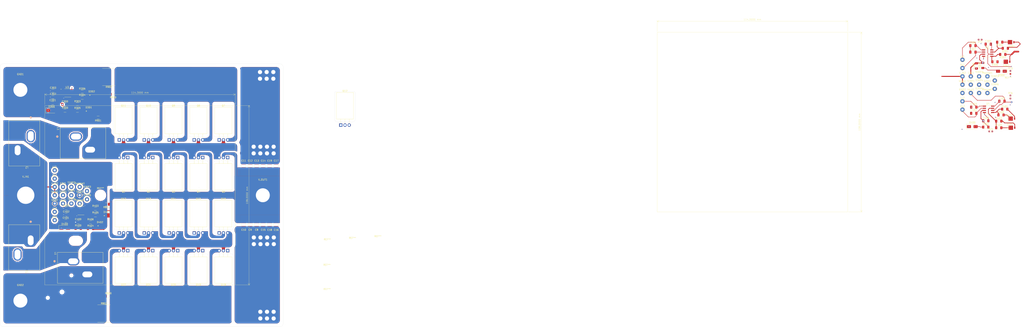
<source format=kicad_pcb>
(kicad_pcb (version 20221018) (generator pcbnew)
  (layers (0 "F.Cu" signal) (1 "In1.Cu" power) (2 "In2.Cu" signal) (31 "B.Cu" power) (34 "B.Paste" user) (35 "F.Paste" user) (36 "B.SilkS" user "B.Silkscreen") (37 "F.SilkS" user "F.Silkscreen") (38 "B.Mask" user) (39 "F.Mask" user) (44 "Edge.Cuts" user))
  (net 0 "")
  (net 1 "Vout")
  (net 2 "GND")
  (net 3 "Vin")
  (net 4 "/HO1")
  (net 5 "/LO1")
  (net 6 "/HO2")
  (net 7 "/LO2")
  (net 8 "Net-(U3-HO)")
  (net 9 "Net-(U3-LO)")
  (net 10 "/HL1")
  (net 11 "/LL1")
  (net 12 "/HL2")
  (net 13 "/LL2")
  (net 14 "/Rsense1")
  (net 15 "Net-(Q1-S)")
  (net 16 "Net-(Q10-S)")
  (net 17 "/12V")
  (net 18 "Net-(D300-K)")
  (net 19 "Net-(D400-K)")
  (net 20 "Net-(D300-A)")
  (net 21 "Net-(D400-A)")
  (net 22 "Net-(D301-K)")
  (net 23 "Net-(D302-K)")
  (net 24 "Net-(D401-K)")
  (net 25 "Net-(D402-K)")
  (net 26 "/Rsense2")
  (net 27 "Net-(U4-HO)")
  (net 28 "Net-(U4-LO)")
  (net 29 "Net-(RT1-Pad2)")
  (net 30 "Net-(RT2-Pad2)")
  (net 31 "Net-(RT3-Pad1)")
  (net 32 "Net-(RT5-Pad1)")
  (net 33 "Net-(RT4-Pad1)")
  (net 34 "Net-(RT6-Pad1)")
  (footprint "TestPoint:TestPoint_THTPad_D2.5mm_Drill1.2mm" (layer "F.Cu") (at 694.8 89.5)
    (fp_text reference "12V1")
    (fp_text value "MountingHole_Pad")
  )
  (footprint "Resistor_SMD:R_1206_3216Metric_Pad1.30x1.75mm_HandSolder" (layer "F.Cu") (at 169.05 173.105 180)
    (fp_text reference "R405")
    (fp_text value "2.2")
  )
  (footprint "Resistor_SMD:R_1206_3216Metric_Pad1.30x1.75mm_HandSolder" (layer "F.Cu") (at 158.7 181)
    (fp_text reference "R400")
    (fp_text value "49.9")
  )
  (footprint "Resistor_SMD:R_0603_1608Metric_Pad0.98x0.95mm_HandSolder" (layer "F.Cu") (at 718.6 87.1 -90)
    (fp_text reference "RT3")
    (fp_text value "36.5k")
  )
  (footprint "MountingHole:MountingHole_5.3mm_M5" (layer "F.Cu") (at 308.2 223.8)
    (fp_text reference "REF**")
    (fp_text value "MountingHole_5.3mm_M5")
  )
  (footprint "Capacitor_SMD:C_1206_3216Metric_Pad1.33x1.80mm_HandSolder" (layer "F.Cu") (at 151.485 172.7)
    (fp_text reference "C402")
    (fp_text value "33pF")
  )
  (footprint "TestPoint:TestPoint_THTPad_D2.5mm_Drill1.2mm" (layer "F.Cu") (at 154.6 161 90)
    (fp_text reference "TEMP4")
    (fp_text value "MountingHole_Pad")
  )
  (footprint "MountingHole:MountingHole_5.3mm_M5" (layer "F.Cu") (at 308.1 209.2)
    (fp_text reference "REF**")
    (fp_text value "MountingHole_5.3mm_M5")
  )
  (footprint "Resistor_SMD:R_1206_3216Metric_Pad1.30x1.75mm_HandSolder" (layer "F.Cu") (at 161.15 102.4 180)
    (fp_text reference "R304")
    (fp_text value "3.3")
  )
  (footprint "SnapEDA Library:TO-220-3_Horizontal_TabDown edited pins" (layer "F.Cu") (at 316.4 118.801625)
    (fp_text reference "Q12")
    (fp_text value "NMOS")
  )
  (footprint "Capacitor_SMD:C_1210_3225Metric_Pad1.33x2.70mm_HandSolder" (layer "F.Cu") (at 262 178.6375 -90)
    (fp_text reference "C9")
    (fp_text value "10uF")
  )
  (footprint "Capacitor_SMD:C_1210_3225Metric_Pad1.33x2.70mm_HandSolder" (layer "F.Cu") (at 273.7 143.3375 90)
    (fp_text reference "C19")
    (fp_text value "0.1uF")
  )
  (footprint "Resistor_SMD:R_0603_1608Metric_Pad0.98x0.95mm_HandSolder" (layer "F.Cu") (at 706.8 122.6)
    (fp_text reference "RT5")
    (fp_text value "36.5k")
  )
  (footprint "Resistor_SMD:R_1206_3216Metric_Pad1.30x1.75mm_HandSolder" (layer "F.Cu") (at 712.95 112.7 180)
    (fp_text reference "R406")
    (fp_text value "2.2")
  )
  (footprint "SnapEDA Library:TO-220-3_Horizontal_TabDown edited pins" (layer "F.Cu") (at 203.5 138.3 180)
    (fp_text reference "Q2")
    (fp_text value "NMOS")
  )
  (footprint "Capacitor_SMD:C_1206_3216Metric_Pad1.33x1.80mm_HandSolder" (layer "F.Cu") (at 703.8 116.2 180)
    (fp_text reference "C400")
    (fp_text value "22uF")
  )
  (footprint "SnapEDA Library:PSR500HTQFB0L10" (layer "F.Cu") (at 174.2 232.1 180)
    (fp_text reference "R802")
    (fp_text value "0.0001")
  )
  (footprint "Resistor_SMD:R_1206_3216Metric_Pad1.30x1.75mm_HandSolder" (layer "F.Cu") (at 161.15 98.6 180)
    (fp_text reference "R306")
    (fp_text value "2.2")
  )
  (footprint "TestPoint:TestPoint_THTPad_D2.5mm_Drill1.2mm" (layer "F.Cu") (at 159.6 166)
    (fp_text reference "Rsense2")
    (fp_text value "MountingHole_Pad")
  )
  (footprint "Capacitor_SMD:C_1206_3216Metric_Pad1.33x1.80mm_HandSolder" (layer "F.Cu") (at 158.7 177.2 180)
    (fp_text reference "C400")
    (fp_text value "22uF")
  )
  (footprint "TestPoint:TestPoint_THTPad_D2.5mm_Drill1.2mm" (layer "F.Cu") (at 164 158.5 90)
    (fp_text reference "TEMP3")
    (fp_text value "MountingHole_Pad")
  )
  (footprint "TestPoint:TestPoint_THTPad_D2.5mm_Drill1.2mm" (layer "F.Cu") (at 149.6 166)
    (fp_text reference "Vout1")
    (fp_text value "MountingHole_Pad")
  )
  (footprint "MountingHole:MountingHole_3.2mm_M3" (layer "F.Cu") (at 717.3 94.5)
    (fp_text reference "REF**")
    (fp_text value "MountingHole_3.2mm_M3")
  )
  (footprint "SnapEDA Library:SOIC127P599X175-8N" (layer "F.Cu") (at 152.455 99.5)
    (fp_text reference "U3")
    (fp_text value "UCC27712DR")
  )
  (footprint "Capacitor_SMD:C_1206_3216Metric_Pad1.33x1.80mm_HandSolder" (layer "F.Cu") (at 713.5 104.4)
    (fp_text reference "C401")
    (fp_text value "2.2uF")
  )
  (footprint "Resistor_SMD:R_0603_1608Metric_Pad0.98x0.95mm_HandSolder" (layer "F.Cu") (at 718.6 101.9 -90)
    (fp_text reference "RT6")
    (fp_text value "36.5k")
  )
  (footprint "Resistor_SMD:R_1206_3216Metric_Pad1.30x1.75mm_HandSolder" (layer "F.Cu") (at 179.7 100.3 180)
    (fp_text reference "R900")
    (fp_text value "1k")
  )
  (footprint "SnapEDA Library:TO-220-3_Horizontal_TabDown edited pins" (layer "F.Cu") (at 228.4 127.7)
    (fp_text reference "Q8")
    (fp_text value "NMOS")
  )
  (footprint "TestPoint:TestPoint_THTPad_D2.5mm_Drill1.2mm" (layer "F.Cu") (at 149.6 161)
    (fp_text reference "TEMP1")
    (fp_text value "MountingHole_Pad")
  )
  (footprint "TestPoint:TestPoint_THTPad_D2.5mm_Drill1.2mm" (layer "F.Cu") (at 144.6 166)
    (fp_text reference "GND2")
    (fp_text value "MountingHole_Pad")
  )
  (footprint "TestPoint:TestPoint_THTPad_D2.5mm_Drill1.2mm" (layer "F.Cu") (at 699.8 89.5 90)
    (fp_text reference "TEMP2")
    (fp_text value "MountingHole_Pad")
  )
  (footprint "Resistor_SMD:R_1206_3216Metric_Pad1.30x1.75mm_HandSolder" (layer "F.Cu") (at 158.25 106.2 180)
    (fp_text reference "R303")
    (fp_text value "3.3")
  )
  (footprint "TestPoint:TestPoint_THTPad_D2.5mm_Drill1.2mm" (layer "F.Cu") (at 159.6 161)
    (fp_text reference "GND3")
    (fp_text value "MountingHole_Pad")
  )
  (footprint "SnapEDA Library:TO-220-3_Horizontal_TabDown edited pins" (layer "F.Cu") (at 233.5 138.3 180)
    (fp_text reference "Q4")
    (fp_text value "NMOS")
  )
  (footprint "SnapEDA Library:MBRM130LT1G" (layer "F.Cu") (at 175.699 174.055)
    (fp_text reference "D401")
    (fp_text value "MBRM130LT1G" hide)
  )
  (footprint "Diode_SMD:D_SMA" (layer "F.Cu") (at 695.7 119.7)
    (fp_text reference "D400")
    (fp_text value "BYG20J-E3/TR")
  )
  (footprint "Capacitor_SMD:C_1206_3216Metric_Pad1.33x1.80mm_HandSolder" (layer "F.Cu") (at 705.3 70.1 180)
    (fp_text reference "C301")
    (fp_text value "2.2uF")
  )
  (footprint "Capacitor_SMD:C_1206_3216Metric_Pad1.33x1.80mm_HandSolder" (layer "F.Cu") (at 151.5 169)
    (fp_text reference "C403")
    (fp_text value "33pF")
  )
  (footprint "Resistor_SMD:R_1206_3216Metric_Pad1.30x1.75mm_HandSolder" (layer "F.Cu") (at 175.655 166.405)
    (fp_text reference "R801")
    (fp_text value "1k")
  )
  (footprint "TestPoint:TestPoint_THTPad_D2.5mm_Drill1.2mm" (layer "F.Cu") (at 144.6 156)
    (fp_text reference "V_IN2")
    (fp_text value "MountingHole_Pad")
  )
  (footprint "SnapEDA Library:TO-220-3_Horizontal_TabDown edited pins" (layer "F.Cu") (at 218.5 138.3 180)
    (fp_text reference "Q3")
    (fp_text value "NMOS")
  )
  (footprint "Capacitor_SMD:C_1206_3216Metric_Pad1.33x1.80mm_HandSolder" (layer "F.Cu") (at 143.4 105.6)
    (fp_text reference "C301")
    (fp_text value "2.2uF")
  )
  (footprint "TestPoint:TestPoint_THTPad_D2.5mm_Drill1.2mm" (layer "F.Cu") (at 144.6 146)
    (fp_text reference "LL1")
    (fp_text value "MountingHole_Pad")
  )
  (footprint "TestPoint:TestPoint_THTPad_D2.5mm_Drill1.2mm" (layer "F.Cu") (at 164 163.5 90)
    (fp_text reference "TEMP6")
    (fp_text value "MountingHole_Pad")
  )
  (footprint "SnapEDA Library:TO-220-3_Horizontal_TabDown edited pins" (layer "F.Cu") (at 203.5 194.3 180)
    (fp_text reference "Q21")
    (fp_text value "NMOS")
  )
  (footprint "SnapEDA Library:MBRM130LT1G" (layer "F.Cu") (at 718.149 115.85)
    (fp_text reference "D402")
    (fp_text value "MBRM130LT1G" hide)
  )
  (footprint "Resistor_SMD:R_1206_3216Metric_Pad1.30x1.75mm_HandSolder" (layer "F.Cu") (at 715.55 72.6 180)
    (fp_text reference "R301")
    (fp_text value "3.3")
  )
  (footprint "TestPoint:TestPoint_THTPad_D2.5mm_Drill1.2mm" (layer "F.Cu") (at 154.6 166 90)
    (fp_text reference "TEMP5")
    (fp_text value "MountingHole_Pad")
  )
  (footprint "SnapEDA Library:MBRM130LT1G" (layer "F.Cu") (at 717.749 69.85)
    (fp_text reference "D301")
    (fp_text value "MBRM130LT1G" hide)
  )
  (footprint "MountingHole:MountingHole_8.4mm_M8_Pad_TopBottom" (layer "F.Cu") (at 127.2 161)
    (fp_text reference "V_IN1")
    (fp_text value "MountingHole_Pad")
  )
  (footprint "TestPoint:TestPoint_THTPad_D2.5mm_Drill1.2mm" (layer "F.Cu") (at 689.8 99.5)
    (fp_text reference "GND2")
    (fp_text value "MountingHole_Pad")
  )
  (footprint "TestPoint:TestPoint_THTPad_D2.5mm_Drill1.2mm" (layer "F.Cu") (at 149.6 156)
    (fp_text reference "12V1")
    (fp_text value "MountingHole_Pad")
  )
  (footprint "Capacitor_SMD:C_1210_3225Metric_Pad1.33x2.70mm_HandSolder" (layer "F.Cu") (at 269.8 178.6375 -90)
    (fp_text reference "C15")
    (fp_text value "10uF")
  )
  (footprint "MountingHole:MountingHole_3.2mm_M3" (layer "F.Cu") (at 338.7 189.9)
    (fp_text reference "REF**")
    (fp_text value "MountingHole_3.2mm_M3")
  )
  (footprint "SnapEDA Library:EDITED-IND_IHDM1107BBEVR47M20_VIS" (layer "F.Cu") (at 157.354901 125.700001)
    (fp_text reference "L1")
    (fp_text value "470nH")
  )
  (footprint "Capacitor_SMD:C_1206_3216Metric_Pad1.33x1.80mm_HandSolder" (layer "F.Cu") (at 698.2 83.2 90)
    (fp_text reference "C300")
    (fp_text value "22uF")
  )
  (footprint "Capacitor_SMD:C_1206_3216Metric_Pad1.33x1.80mm_HandSolder" (layer "F.Cu") (at 696.0875 74.9)
    (fp_text reference "C302")
    (fp_text value "33pF")
  )
  (footprint "SnapEDA Library:TO-220-3_Horizontal_TabDown edited pins" (layer "F.Cu") (at 198.4 127.7)
    (fp_text reference "Q10")
    (fp_text value "NMOS")
  )
  (footprint "Capacitor_SMD:C_1210_3225Metric_Pad1.33x2.70mm_HandSolder" (layer "F.Cu") (at 265.9 178.6375 -90)
    (fp_text reference "C8")
    (fp_text value "10uF")
  )
  (footprint "Capacitor_SMD:C_1210_3225Metric_Pad1.33x2.70mm_HandSolder" (layer "F.Cu") (at 277.6 143.3375 90)
    (fp_text reference "C17")
    (fp_text value "0.1uF")
  )
  (footprint "Capacitor_SMD:C_1206_3216Metric_Pad1.33x1.80mm_HandSolder" (layer "F.Cu") (at 143.6 98.195)
    (fp_text reference "C303")
    (fp_text value "33pF")
  )
  (footprint "SnapEDA Library:TO-220-3_Horizontal_TabDown edited pins" (layer "F.Cu") (at 248.5 194.3 180)
    (fp_text reference "Q18")
    (fp_text value "NMOS")
  )
  (footprint "Resistor_SMD:R_1206_3216Metric_Pad1.30x1.75mm_HandSolder" (layer "F.Cu") (at 712.2 68.9 180)
    (fp_text reference "R305")
    (fp_text value "2.2")
  )
  (footprint "TestPoint:TestPoint_THTPad_D2.5mm_Drill1.2mm" (layer "F.Cu") (at 159.6 156)
    (fp_text reference "Rsense1")
    (fp_text value "MountingHole_Pad")
  )
  (footprint "TestPoint:TestPoint_THTPad_D2.5mm_Drill1.2mm" (layer "F.Cu") (at 689.8 84.5)
    (fp_text reference "HL1")
    (fp_text value "MountingHole_Pad")
  )
  (footprint "SnapEDA Library:TO-220-3_Horizontal_TabDown edited pins" (layer "F.Cu") (at 248.5 138.3 180)
    (fp_text reference "Q5")
    (fp_text value "NMOS")
  )
  (footprint "TestPoint:TestPoint_THTPad_D2.5mm_Drill1.2mm" (layer "F.Cu") (at 704.8 94.5)
    (fp_text reference "GND3")
    (fp_text value "MountingHole_Pad")
  )
  (footprint "MountingHole:MountingHole_8.4mm_M8_Pad_TopBottom" (layer "F.Cu") (at 124 97.6)
    (fp_text reference "GND1")
    (fp_text value "MountingHole_Pad")
  )
  (footprint "Capacitor_SMD:C_1210_3225Metric_Pad1.33x2.70mm_HandSolder" (layer "F.Cu") (at 269.8 143.3375 90)
    (fp_text reference "C14")
    (fp_text value "10uF")
  )
  (footprint "SnapEDA Library:TO-220-3_Horizontal_TabDown edited pins" (layer "F.Cu") (at 243.4 183.7)
    (fp_text reference "Q16")
    (fp_text value "NMOS")
  )
  (footprint "MountingHole:MountingHole_3.2mm_M3" (layer "F.Cu") (at 323.4 190.9)
    (fp_text reference "REF**")
    (fp_text value "MountingHole_3.2mm_M3")
  )
  (footprint "TestPoint:TestPoint_THTPad_D2.5mm_Drill1.2mm" (layer "F.Cu") (at 689.8 104.5)
    (fp_text reference "LL2")
    (fp_text value "MountingHole_Pad")
  )
  (footprint "Capacitor_SMD:C_1206_3216Metric_Pad1.33x1.80mm_HandSolder" (layer "F.Cu") (at 150.8 106.395 180)
    (fp_text reference "C300")
    (fp_text value "22uF")
  )
  (footprint "MountingHole:MountingHole_3.2mm_M3" (layer "F.Cu") (at 172.1 161)
    (fp_text reference "REF**")
    (fp_text value "MountingHole_3.2mm_M3")
  )
  (footprint "SnapEDA Library:MBRM130LT1G" (layer "F.Cu") (at 171.969 180.155)
    (fp_text reference "D402")
    (fp_text value "MBRM130LT1G" hide)
  )
  (footprint "SnapEDA Library:MBRM130LT1G" (layer "F.Cu") (at 718.249 121.35)
    (fp_text reference "D401")
    (fp_text value "MBRM130LT1G" hide)
  )
  (footprint "Diode_SMD:D_SMA" (layer "F.Cu") (at 150.6 180.805)
    (fp_text reference "D400")
    (fp_text value "BYG20J-E3/TR")
  )
  (footprint "TestPoint:TestPoint_THTPad_D2.5mm_Drill1.2mm" (layer "F.Cu") (at 144.6 176)
    (fp_text reference "HL2")
    (fp_text value "MountingHole_Pad")
  )
  (footprint "TestPoint:TestPoint_THTPad_D2.5mm_Drill1.2mm" (layer "F.Cu") (at 689.8 79.5)
    (fp_text reference "LL1")
    (fp_text value "MountingHole_Pad")
  )
  (footprint "Capacitor_SMD:C_1210_3225Metric_Pad1.33x2.70mm_HandSolder" (layer "F.Cu") (at 277.6 178.6375 -90)
    (fp_text reference "C16")
    (fp_text value "0.1uF")
  )
  (footprint "TestPoint:TestPoint_THTPad_D2.5mm_Drill1.2mm" (layer "F.Cu") (at 694.8 94.5)
    (fp_text reference "TEMP1")
    (fp_text value "MountingHole_Pad")
  )
  (footprint "Capacitor_SMD:C_1210_3225Metric_Pad1.33x2.70mm_HandSolder" (layer "F.Cu") (at 258.1 143.3375 90)
    (fp_text reference "C11")
    (fp_text value "10uF")
  )
  (footprint "Resistor_SMD:R_1206_3216Metric_Pad1.30x1.75mm_HandSolder" (layer "F.Cu") (at 702 82.9 90)
    (fp_text reference "R300")
    (fp_text value "49.9")
  )
  (footprint "Resistor_SMD:R_0603_1608Metric_Pad0.98x0.95mm_HandSolder" (layer "F.Cu") (at 700.4 67.4 180)
    (fp_text reference "RT2")
    (fp_text value "36.5k")
  )
  (footprint "SnapEDA Library:MBRM130LT1G" (layer "F.Cu") (at 715.249 81.65)
    (fp_text reference "D302")
    (fp_text value "MBRM130LT1G" hide)
  )
  (footprint "TestPoint:TestPoint_THTPad_D2.5mm_Drill1.2mm" (layer "F.Cu") (at 154.6 156 90)
    (fp_text reference "TEMP2")
    (fp_text value "MountingHole_Pad")
  )
  (footprint "SnapEDA Library:EDITED-IND_IHDM1107BBEVR47M20_VIS" (layer "F.Cu") (at 130.172447 188.137352 -90)
    (fp_text reference "L2")
    (fp_text value "470nH")
  )
  (footprint "Resistor_SMD:R_1206_3216Metric_Pad1.30x1.75mm_HandSolder" (layer "F.Cu") (at 158.25 110.2 180)
    (fp_text reference "R305")
    (fp_text value "2.2")
  )
  (footprint "TestPoint:TestPoint_THTPad_D2.5mm_Drill1.2mm" (layer "F.Cu") (at 709.2 92 90)
    (fp_text reference "TEMP3")
    (fp_text value "MountingHole_Pad")
  )
  (footprint "TestPoint:TestPoint_THTPad_D2.5mm_Drill1.2mm" (layer "F.Cu") (at 144.6 151)
    (fp_text reference "HL1")
    (fp_text value "MountingHole_Pad")
  )
  (footprint "MountingHole:MountingHole_8.4mm_M8_Pad_TopBottom" (layer "F.Cu") (at 269.6 161)
    (fp_text reference "V_OUT1")
    (fp_text value "MountingHole_Pad")
  )
  (footprint "TestPoint:TestPoint_THTPad_D2.5mm_Drill1.2mm" (layer "F.Cu") (at 709.2 97 90)
    (fp_text reference "TEMP6")
    (fp_text value "MountingHole_Pad")
  )
  (footprint "TestPoint:TestPoint_THTPad_D2.5mm_Drill1.2mm" (layer "F.Cu") (at 689.8 109.5)
    (fp_text reference "HL2")
    (fp_text value "MountingHole_Pad")
  )
  (footprint "SnapEDA Library:TO-220-3_Horizontal_TabDown edited pins" (layer "F.Cu") (at 243.4 127.7)
    (fp_text reference "Q7")
    (fp_text value "NMOS")
  )
  (footprint "Diode_SMD:D_SMA" (layer "F.Cu") (at 713.2 86.4 180)
    (fp_text reference "D300")
    (fp_text value "BYG20J-E3/TR")
  )
  (footprint "Resistor_SMD:R_1206_3216Metric_Pad1.30x1.75mm_HandSolder" (layer "F.Cu") (at 166.1 177.205 180)
    (fp_text reference "R406")
    (fp_text value "2.2")
  )
  (footprint "TestPoint:TestPoint_THTPad_D2.5mm_Drill1.2mm" (layer "F.Cu") (at 144.6 171)
    (fp_text reference "LL2")
    (fp_text value "MountingHole_Pad")
  )
  (footprint "SnapEDA Library:TO-220-3_Horizontal_TabDown edited pins" (layer "F.Cu") (at 213.4 183.7)
    (fp_text reference "Q14")
    (fp_text value "NMOS")
  )
  (footprint "SnapEDA Library:TO-220-3_Horizontal_TabDown edited pins" (layer "F.Cu") (at 218.5 194.3 180)
    (fp_text reference "Q20")
    (fp_text value "NMOS")
  )
  (footprint "SnapEDA Library:TO-220-3_Horizontal_TabDown edited pins" (layer "F.Cu") (at 198.4 183.7)
    (fp_text reference "Q13")
    (fp_text value "NMOS")
  )
  (footprint "SnapEDA Library:TO-220-3_Horizontal_TabDown edited pins" (layer "F.Cu") (at 183.4 127.7)
    (fp_text reference "Q11")
    (fp_text value "NMOS")
  )
  (footprint "TestPoint:TestPoint_THTPad_D2.5mm_Drill1.2mm" (layer "F.Cu") (at 704.8 89.5)
    (fp_text reference "Rsense1")
    (fp_text value "MountingHole_Pad")
  )
  (footprint "TestPoint:TestPoint_THTPad_D2.5mm_Drill1.2mm" (layer "F.Cu") (at 689.8 94.5)
    (fp_text reference "Vcap1")
    (fp_text value "MountingHole_Pad")
  )
  (footprint "TestPoint:TestPoint_THTPad_D2.5mm_Drill1.2mm" (layer "F.Cu") (at 704.8 99.5)
    (fp_text reference "Rsense2")
    (fp_text value "MountingHole_Pad")
  )
  (footprint "Resistor_SMD:R_1206_3216Metric_Pad1.30x1.75mm_HandSolder" (layer "F.Cu") (at 176.8 221.7 180)
    (fp_text reference "R800")
    (fp_text value "1k")
  )
  (footprint "SnapEDA Library:SOIC127P599X175-8N" (layer "F.Cu") (at 704.955 75.5)
    (fp_text reference "U3")
    (fp_text value "UCC27712DR")
  )
  (footprint "SnapEDA Library:TO-220-3_Horizontal_TabDown edited pins" (layer "F.Cu") (at 183.4 183.7)
    (fp_text reference "Q12")
    (fp_text value "NMOS")
  )
  (footprint "TestPoint:TestPoint_THTPad_D2.5mm_Drill1.2mm" (layer "F.Cu") (at 144.6 161)
    (fp_text reference "Vcap1")
    (fp_text value "MountingHole_Pad")
  )
  (footprint "SnapEDA Library:PSR500HTQFB0L10" (layer "F.Cu") (at 177.1 89.9 180)
    (fp_text reference "R902")
    (fp_text value "0.0001")
  )
  (footprint "Resistor_SMD:R_1206_3216Metric_Pad1.30x1.75mm_HandSolder" (layer "F.Cu") (at 166.1 181.005 180)
    (fp_text reference "R404")
    (fp_text value "3.3")
  )
  (footprint "Resistor_SMD:R_1206_3216Metric_Pad1.30x1.75mm_HandSolder" (layer "F.Cu") (at 714 76.3 180)
    (fp_text reference "R302")
    (fp_text value "3.3")
  )
  (footprint "Resistor_SMD:R_1206_3216Metric_Pad1.30x1.75mm_HandSolder" (layer "F.Cu") (at 169.05 169.105 180)
    (fp_text reference "R403")
    (fp_text value "3.3")
  )
  (footprint "SnapEDA Library:SOIC127P599X175-8N" (layer "F.Cu") (at 160.355 170.305)
    (fp_text reference "U4")
    (fp_text value "UCC27712DR")
  )
  (footprint "SnapEDA Library:TO-220-3_Horizontal_TabDown edited pins" (layer "F.Cu") (at 213.4 127.7)
    (fp_text reference "Q9")
    (fp_text value "NMOS")
  )
  (footprint "Capacitor_SMD:C_1206_3216Metric_Pad1.33x1.80mm_HandSolder" (layer "F.Cu") (at 143.585 101.895)
    (fp_text reference "C302")
    (fp_text value "33pF")
  )
  (footprint "TestPoint:TestPoint_THTPad_D2.5mm_Drill1.2mm" (layer "F.Cu") (at 699.8 94.5 90)
    (fp_text reference "TEMP4")
    (fp_text value "MountingHole_Pad")
  )
  (footprint "Resistor_SMD:R_1206_3216Metric_Pad1.30x1.75mm_HandSolder" (layer "F.Cu") (at 703.8 120)
    (fp_text reference "R400")
    (fp_text value "49.9")
  )
  (footprint "Capacitor_SMD:C_1206_3216Metric_Pad1.33x1.80mm_HandSolder" (layer "F.Cu") (at 696.0875 71)
    (fp_text reference "C303")
    (fp_text value "33pF")
  )
  (footprint "Resistor_SMD:R_1206_3216Metric_Pad1.30x1.75mm_HandSolder" (layer "F.Cu") (at 711.6 116.4 180)
    (fp_text reference "R403")
    (fp_text value "3.3")
  )
  (footprint "SnapEDA Library:TO-220-3_Horizontal_TabDown edited pins" (layer "F.Cu") (at 188.5 194.3 180)
    (fp_text reference "Q22")
    (fp_text value "NMOS")
  )
  (footprint "Capacitor_SMD:C_1210_3225Metric_Pad1.33x2.70mm_HandSolder" (layer "F.Cu") (at 273.7 178.6375 -90)
    (fp_text reference "C18")
    (fp_text value "0.1uF")
  )
  (footprint "Capacitor_SMD:C_1210_3225Metric_Pad1.33x2.70mm_HandSolder" (layer "F.Cu") (at 265.9 143.3375 90)
    (fp_text reference "C13")
    (fp_text value "10uF")
  )
  (footprint "MountingHole:MountingHole_5.3mm_M5" (layer "F.Cu") (at 308.3 193.9)
    (fp_text reference "REF**")
    (fp_text value "MountingHole_5.3mm_M5")
  )
  (footprint "Capacitor_SMD:C_1206_3216Metric_Pad1.33x1.80mm_HandSolder" (layer "F.Cu") (at 696.6 108)
    (fp_text reference "C403")
    (fp_text value "33pF")
  )
  (footprint "SnapEDA Library:MBRM130LT1G" (layer "F.Cu") (at 164.899 111.15)
    (fp_text reference "D301")
    (fp_text value "MBRM130LT1G" hide)
  )
  (footprint "Diode_SMD:D_SMA" (layer "F.Cu") (at 142.7 110)
    (fp_text reference "D300")
    (fp_text value "BYG20J-E3/TR")
  )
  (footprint "Resistor_SMD:R_1206_3216Metric_Pad1.30x1.75mm_HandSolder" (layer "F.Cu") (at 715.2 109.2 180)
    (fp_text reference "R404")
    (fp_text value "3.3")
  )
  (footprint "SnapEDA Library:EDITED-IND_IHDM1107BBEVR47M20_VIS" (layer "F.Cu") (at 130.227348 125.437353 -90)
    (fp_text reference "L2")
    (fp_text value "470nH")
  )
  (footprint "MountingHole:MountingHole_8.4mm_M8_Pad_TopBottom" (layer "F.Cu") (at 124 224.4)
    (fp_text reference "GND2")
    (fp_text value "MountingHole_Pad")
  )
  (footprint "Resistor_SMD:R_1206_3216Metric_Pad1.30x1.75mm_HandSolder" (layer "F.Cu") (at 150.8 110.195)
    (fp_text reference "R300")
    (fp_text value "49.9")
  )
  (footprint "SnapEDA Library:TO-220-3_Horizontal_TabDown edited pins" (layer "F.Cu") (at 188.5 138.3 180)
    (fp_text reference "Q1")
    (fp_text value "NMOS")
  )
  (footprint "Resistor_SMD:R_1206_3216Metric_Pad1.30x1.75mm_HandSolder" (layer "F.Cu") (at 711.6 120.4 180)
    (fp_text reference "R405")
    (fp_text value "2.2")
  )
  (footprint "Capacitor_SMD:C_1206_3216Metric_Pad1.33x1.80mm_HandSolder" (layer "F.Cu") (at 151.3 176.405)
    (fp_text reference "C401")
    (fp_text value "2.2uF")
  )
  (footprint "SnapEDA Library:EDITED-IND_IHDM1107BBEVR47M20_VIS" (layer "F.Cu") (at 155.700002 200.700001)
    (fp_text reference "L1")
    (fp_text value "470nH")
  )
  (footprint "Resistor_SMD:R_1206_3216Metric_Pad1.30x1.75mm_HandSolder" (layer "F.Cu") (at 709.3 80.7 180)
    (fp_text reference "R306")
    (fp_text value "2.2")
  )
  (footprint "SnapEDA Library:TO-220-3_Horizontal_TabDown edited pins" (layer "F.Cu") (at 233.5 194.3 180)
    (fp_text reference "Q19")
    (fp_text value "NMOS")
  )
  (footprint "TestPoint:TestPoint_THTPad_D2.5mm_Drill1.2mm" (layer "F.Cu") (at 699.8 99.5 90)
    (fp_text reference "TEMP5")
    (fp_text value "MountingHole_Pad")
  )
  (footprint "SnapEDA Library:TO-220-3_Horizontal_TabDown edited pins" (layer "F.Cu") (at 228.4 183.7)
    (fp_text reference "Q15")
    (fp_text value "NMOS")
  )
  (footprint "SnapEDA Library:SOIC127P599X175-8N" (layer "F.Cu") (at 705.455 109.305)
    (fp_text reference "U4")
    (fp_text value "UCC27712DR")
  )
  (footprint "TestPoint:TestPoint_THTPad_D2.5mm_Drill1.2mm" (layer "F.Cu") (at 694.8 99.5)
    (fp_text reference "Vout1")
    (fp_text value "MountingHole_Pad")
  )
  (footprint "Capacitor_SMD:C_1210_3225Metric_Pad1.33x2.70mm_HandSolder" (layer "F.Cu") (at 262 143.3375 90)
    (fp_text reference "C12")
    (fp_text value "10uF")
  )
  (footprint "SnapEDA Library:MBRM130LT1G" (layer "F.Cu") (at 167.019 101.55)
    (fp_text reference "D302")
    (fp_text value "MBRM130LT1G" hide)
  )
  (footprint "Capacitor_SMD:C_1206_3216Metric_Pad1.33x1.80mm_HandSolder" (layer "F.Cu") (at 696.585 111.7)
    (fp_text reference "C402")
    (fp_text value "33pF")
  )
  (footprint "Capacitor_SMD:C_1210_3225Metric_Pad1.33x2.70mm_HandSolder" (layer "F.Cu") (at 258.1 178.6375 -90)
    (fp_text reference "C10")
    (fp_text value "10uF")
  )
  (footprint "TestPoint:TestPoint_THTPad_D2.5mm_Drill1.2mm" (layer "F.Cu") (at 689.8 89.5)
    (fp_text reference "V_IN2")
    (fp_text value "MountingHole_Pad")
  )
  (footprint "Resistor_SMD:R_1206_3216Metric_Pad1.30x1.75mm_HandSolder" (layer "F.Cu") (at 170.7 114.3 180)
    (fp_text reference "R901")
    (fp_text value "1k")
  )
  (gr_line (start 506.5 63) (end 506.5 171) (stroke (width 0.1)) (layer "F.SilkS"))
  (gr_line (start 138.7 215) (end 253 215) (stroke (width 0.1)) (layer "F.SilkS"))
  (gr_line (start 253 107) (end 253 215) (stroke (width 0.1)) (layer "F.SilkS"))
  (gr_line (start 506.5 171) (end 620.8 171) (stroke (width 0.1)) (layer "F.SilkS"))
  (gr_line (start 620.8 63) (end 620.8 171) (stroke (width 0.1)) (layer "F.SilkS"))
  (gr_line (start 138.7 107) (end 138.7 215) (stroke (width 0.1)) (layer "F.SilkS"))
  (gr_line (start 506.5 63) (end 620.8 63) (stroke (width 0.1)) (layer "F.SilkS"))
  (gr_line (start 138.7 107) (end 253 107) (stroke (width 0.1)) (layer "F.SilkS"))
  (gr_line (start 194.7 179.89675) (end 194.7 164.5) (stroke (width 0.05)) (layer "Edge.Cuts"))
  (gr_line (start 211.7 125.89675) (end 220.2 125.89675) (stroke (width 0.05)) (layer "Edge.Cuts"))
  (gr_arc (start 210.7 158.5) (mid 209.992905 158.207095) (end 209.7 157.5) (stroke (width 0.05)) (layer "Edge.Cuts"))
  (gr_line (start 281.8 238.1) (end 281.8 172.7) (stroke (width 0.05)) (layer "Edge.Cuts"))
  (gr_line (start 206.2 158.5) (end 195.7 158.5) (stroke (width 0.05)) (layer "Edge.Cuts"))
  (gr_line (start 279.8 81.9) (end 113.8 81.9) (stroke (width 0.05)) (layer "Edge.Cuts"))
  (gr_arc (start 222.2 157.5) (mid 221.90713 158.20713) (end 221.2 158.5) (stroke (width 0.05)) (layer "Edge.Cuts"))
  (gr_arc (start 222.2 214) (mid 221.907131 214.707131) (end 221.2 215) (stroke (width 0.05)) (layer "Edge.Cuts"))
  (gr_line (start 240.7 107.5) (end 251.2 107.5) (stroke (width 0.05)) (layer "Edge.Cuts"))
  (gr_arc (start 224.7 164.5) (mid 224.992869 163.792869) (end 225.7 163.5) (stroke (width 0.05)) (layer "Edge.Cuts"))
  (gr_line (start 312.7 114.998375) (end 312.7 99.601625) (stroke (width 0.05)) (layer "Edge.Cuts"))
  (gr_arc (start 111.8 83.9) (mid 112.385786 82.485786) (end 113.8 81.9) (stroke (width 0.05)) (layer "Edge.Cuts"))
  (gr_line (start 240.7 163.5) (end 251.2 163.5) (stroke (width 0.05)) (layer "Edge.Cuts"))
  (gr_arc (start 237.2 214) (mid 236.907131 214.707131) (end 236.2 215) (stroke (width 0.05)) (layer "Edge.Cuts"))
  (gr_arc (start 226.7 181.89675) (mid 225.285796 181.310954) (end 224.7 179.89675) (stroke (width 0.05)) (layer "Edge.Cuts"))
  (gr_line (start 241.7 125.89675) (end 250.2 125.89675) (stroke (width 0.05)) (layer "Edge.Cuts"))
  (gr_line (start 207.2 198.10325) (end 207.2 214) (stroke (width 0.05)) (layer "Edge.Cuts"))
  (gr_arc (start 221.2 163.5) (mid 221.907095 163.792905) (end 222.2 164.5) (stroke (width 0.05)) (layer "Edge.Cuts"))
  (gr_line (start 220.2 140.10325) (end 211.7 140.10325) (stroke (width 0.05)) (layer "Edge.Cuts"))
  (gr_arc (start 207.2 179.89675) (mid 206.614238 181.310988) (end 205.2 181.89675) (stroke (width 0.05)) (layer "Edge.Cuts"))
  (gr_line (start 224.7 198.10325) (end 224.7 214) (stroke (width 0.05)) (layer "Edge.Cuts"))
  (gr_arc (start 179.7 142.10325) (mid 180.285762 140.689012) (end 181.7 140.10325) (stroke (width 0.05)) (layer "Edge.Cuts"))
  (gr_line (start 205.2 196.10325) (end 196.7 196.10325) (stroke (width 0.05)) (layer "Edge.Cuts"))
  (gr_line (start 313.7 98.601625) (end 324.2 98.601625) (stroke (width 0.05)) (layer "Edge.Cuts"))
  (gr_line (start 224.7 142.10325) (end 224.7 157.5) (stroke (width 0.05)) (layer "Edge.Cuts"))
  (gr_line (start 210.7 163.5) (end 221.2 163.5) (stroke (width 0.05)) (layer "Edge.Cuts"))
  (gr_arc (start 239.7 164.5) (mid 239.992869 163.792869) (end 240.7 163.5) (stroke (width 0.05)) (layer "Edge.Cuts"))
  (gr_arc (start 236.2 107.5) (mid 236.907107 107.792893) (end 237.2 108.5) (stroke (width 0.05)) (layer "Edge.Cuts"))
  (gr_line (start 181.7 181.89675) (end 190.2 181.89675) (stroke (width 0.05)) (layer "Edge.Cuts"))
  (gr_arc (start 207.2 157.5) (mid 206.90713 158.20713) (end 206.2 158.5) (stroke (width 0.05)) (layer "Edge.Cuts"))
  (gr_line (start 281.8 149.3) (end 281.8 172.7) (stroke (width 0.05)) (layer "Edge.Cuts"))
  (gr_line (start 241.7 181.89675) (end 250.2 181.89675) (stroke (width 0.05)) (layer "Edge.Cuts"))
  (gr_arc (start 239.7 142.10325) (mid 240.285762 140.689012) (end 241.7 140.10325) (stroke (width 0.05)) (layer "Edge.Cuts"))
  (gr_arc (start 222.2 123.89675) (mid 221.614218 125.310968) (end 220.2 125.89675) (stroke (width 0.05)) (layer "Edge.Cuts"))
  (gr_arc (start 224.7 108.5) (mid 224.992864 107.792864) (end 225.7 107.5) (stroke (width 0.05)) (layer "Edge.Cuts"))
  (gr_arc (start 179.7 108.5) (mid 179.992864 107.792864) (end 180.7 107.5) (stroke (width 0.05)) (layer "Edge.Cuts"))
  (gr_line (start 209.7 123.89675) (end 209.7 108.5) (stroke (width 0.05)) (layer "Edge.Cuts"))
  (gr_arc (start 191.2 107.5) (mid 191.907107 107.792893) (end 192.2 108.5) (stroke (width 0.05)) (layer "Edge.Cuts"))
  (gr_line (start 207.2 142.10325) (end 207.2 157.5) (stroke (width 0.05)) (layer "Edge.Cuts"))
  (gr_line (start 252.2 142.10325) (end 252.2 157.5) (stroke (width 0.05)) (layer "Edge.Cuts"))
  (gr_line (start 237.2 198.10325) (end 237.2 214) (stroke (width 0.05)) (layer "Edge.Cuts"))
  (gr_line (start 239.7 179.89675) (end 239.7 164.5) (stroke (width 0.05)) (layer "Edge.Cuts"))
  (gr_arc (start 181.7 181.89675) (mid 180.285796 181.310954) (end 179.7 179.89675) (stroke (width 0.05)) (layer "Edge.Cuts"))
  (gr_line (start 220.2 196.10325) (end 211.7 196.10325) (stroke (width 0.05)) (layer "Edge.Cuts"))
  (gr_line (start 192.2 198.10325) (end 192.2 214) (stroke (width 0.05)) (layer "Edge.Cuts"))
  (gr_line (start 180.7 163.5) (end 191.2 163.5) (stroke (width 0.05)) (layer "Edge.Cuts"))
  (gr_arc (start 237.2 157.5) (mid 236.90713 158.20713) (end 236.2 158.5) (stroke (width 0.05)) (layer "Edge.Cuts"))
  (gr_line (start 209.7 142.10325) (end 209.7 157.5) (stroke (width 0.05)) (layer "Edge.Cuts"))
  (gr_arc (start 209.7 164.5) (mid 209.992869 163.792869) (end 210.7 163.5) (stroke (width 0.05)) (layer "Edge.Cuts"))
  (gr_line (start 192.2 179.89675) (end 192.2 164.5) (stroke (width 0.05)) (layer "Edge.Cuts"))
  (gr_line (start 250.2 140.10325) (end 241.7 140.10325) (stroke (width 0.05)) (layer "Edge.Cuts"))
  (gr_arc (start 207.2 214) (mid 206.907131 214.707131) (end 206.2 215) (stroke (width 0.05)) (layer "Edge.Cuts"))
  (gr_line (start 237.2 142.10325) (end 237.2 157.5) (stroke (width 0.05)) (layer "Edge.Cuts"))
  (gr_line (start 195.7 163.5) (end 206.2 163.5) (stroke (width 0.05)) (layer "Edge.Cuts"))
  (gr_arc (start 225.7 158.5) (mid 224.992905 158.207095) (end 224.7 157.5) (stroke (width 0.05)) (layer "Edge.Cuts"))
  (gr_arc (start 179.7 198.10325) (mid 180.285762 196.689012) (end 181.7 196.10325) (stroke (width 0.05)) (layer "Edge.Cuts"))
  (gr_arc (start 210.7 215) (mid 209.992905 214.707095) (end 209.7 214) (stroke (width 0.05)) (layer "Edge.Cuts"))
  (gr_line (start 207.2 179.89675) (end 207.2 164.5) (stroke (width 0.05)) (layer "Edge.Cuts"))
  (gr_line (start 190.2 196.10325) (end 181.7 196.10325) (stroke (width 0.05)) (layer "Edge.Cuts"))
  (gr_line (start 113.8 240.1) (end 279.8 240.1) (stroke (width 0.05)) (layer "Edge.Cuts"))
  (gr_line (start 281.8 83.9) (end 281.8 149.3) (stroke (width 0.05)) (layer "Edge.Cuts"))
  (gr_line (start 221.2 158.5) (end 210.7 158.5) (stroke (width 0.05)) (layer "Edge.Cuts"))
  (gr_arc (start 250.2 196.10325) (mid 251.614204 196.689046) (end 252.2 198.10325) (stroke (width 0.05)) (layer "Edge.Cuts"))
  (gr_arc (start 205.2 196.10325) (mid 206.614204 196.689046) (end 207.2 198.10325) (stroke (width 0.05)) (layer "Edge.Cuts"))
  (gr_arc (start 181.7 125.89675) (mid 180.285776 125.310974) (end 179.7 123.89675) (stroke (width 0.05)) (layer "Edge.Cuts"))
  (gr_arc (start 209.7 198.10325) (mid 210.285762 196.689012) (end 211.7 196.10325) (stroke (width 0.05)) (layer "Edge.Cuts"))
  (gr_line (start 179.7 142.10325) (end 179.7 157.5) (stroke (width 0.05)) (layer "Edge.Cuts"))
  (gr_arc (start 194.7 164.5) (mid 194.992869 163.792869) (end 195.7 163.5) (stroke (width 0.05)) (layer "Edge.Cuts"))
  (gr_arc (start 314.7 116.998375) (mid 313.285776 116.412599) (end 312.7 114.998375) (stroke (width 0.05)) (layer "Edge.Cuts"))
  (gr_line (start 325.2 114.998375) (end 325.2 99.601625) (stroke (width 0.05)) (layer "Edge.Cuts"))
  (gr_line (start 209.7 179.89675) (end 209.7 164.5) (stroke (width 0.05)) (layer "Edge.Cuts"))
  (gr_arc (start 239.7 198.10325) (mid 240.285762 196.689012) (end 241.7 196.10325) (stroke (width 0.05)) (layer "Edge.Cuts"))
  (gr_line (start 205.2 140.10325) (end 196.7 140.10325) (stroke (width 0.05)) (layer "Edge.Cuts"))
  (gr_arc (start 196.7 125.89675) (mid 195.285776 125.310974) (end 194.7 123.89675) (stroke (width 0.05)) (layer "Edge.Cuts"))
  (gr_line (start 237.2 179.89675) (end 237.2 164.5) (stroke (width 0.05)) (layer "Edge.Cuts"))
  (gr_arc (start 241.7 181.89675) (mid 240.285796 181.310954) (end 239.7 179.89675) (stroke (width 0.05)) (layer "Edge.Cuts"))
  (gr_arc (start 281.8 238.1) (mid 281.214214 239.514214) (end 279.8 240.1) (stroke (width 0.05)) (layer "Edge.Cuts"))
  (gr_arc (start 224.7 142.10325) (mid 225.285762 140.689012) (end 226.7 140.10325) (stroke (width 0.05)) (layer "Edge.Cuts"))
  (gr_line (start 191.2 158.5) (end 180.7 158.5) (stroke (width 0.05)) (layer "Edge.Cuts"))
  (gr_line (start 210.7 107.5) (end 221.2 107.5) (stroke (width 0.05)) (layer "Edge.Cuts"))
  (gr_line (start 190.2 140.10325) (end 181.7 140.10325) (stroke (width 0.05)) (layer "Edge.Cuts"))
  (gr_arc (start 192.2 179.89675) (mid 191.614238 181.310988) (end 190.2 181.89675) (stroke (width 0.05)) (layer "Edge.Cuts"))
  (gr_line (start 225.7 107.5) (end 236.2 107.5) (stroke (width 0.05)) (layer "Edge.Cuts"))
  (gr_arc (start 194.7 142.10325) (mid 195.285762 140.689012) (end 196.7 140.10325) (stroke (width 0.05)) (layer "Edge.Cuts"))
  (gr_arc (start 195.7 215) (mid 194.992905 214.707095) (end 194.7 214) (stroke (width 0.05)) (layer "Edge.Cuts"))
  (gr_arc (start 312.7 99.601625) (mid 312.992864 98.894489) (end 313.7 98.601625) (stroke (width 0.05)) (layer "Edge.Cuts"))
  (gr_arc (start 192.2 157.5) (mid 191.90713 158.20713) (end 191.2 158.5) (stroke (width 0.05)) (layer "Edge.Cuts"))
  (gr_line (start 192.2 123.89675) (end 192.2 108.5) (stroke (width 0.05)) (layer "Edge.Cuts"))
  (gr_arc (start 195.7 158.5) (mid 194.992905 158.207095) (end 194.7 157.5) (stroke (width 0.05)) (layer "Edge.Cuts"))
  (gr_arc (start 225.7 215) (mid 224.992905 214.707095) (end 224.7 214) (stroke (width 0.05)) (layer "Edge.Cuts"))
  (gr_line (start 224.7 179.89675) (end 224.7 164.5) (stroke (width 0.05)) (layer "Edge.Cuts"))
  (gr_line (start 196.7 125.89675) (end 205.2 125.89675) (stroke (width 0.05)) (layer "Edge.Cuts"))
  (gr_line (start 251.2 215) (end 240.7 215) (stroke (width 0.05)) (layer "Edge.Cuts"))
  (gr_arc (start 236.2 163.5) (mid 236.907095 163.792905) (end 237.2 164.5) (stroke (width 0.05)) (layer "Edge.Cuts"))
  (gr_line (start 211.7 181.89675) (end 220.2 181.89675) (stroke (width 0.05)) (layer "Edge.Cuts"))
  (gr_arc (start 220.2 196.10325) (mid 221.614204 196.689046) (end 222.2 198.10325) (stroke (width 0.05)) (layer "Edge.Cuts"))
  (gr_arc (start 241.7 125.89675) (mid 240.285776 125.310974) (end 239.7 123.89675) (stroke (width 0.05)) (layer "Edge.Cuts"))
  (gr_arc (start 194.7 108.5) (mid 194.992864 107.792864) (end 195.7 107.5) (stroke (width 0.05)) (layer "Edge.Cuts"))
  (gr_arc (start 190.2 140.10325) (mid 191.614205 140.689045) (end 192.2 142.10325) (stroke (width 0.05)) (layer "Edge.Cuts"))
  (gr_arc (start 179.7 164.5) (mid 179.992869 163.792869) (end 180.7 163.5) (stroke (width 0.05)) (layer "Edge.Cuts"))
  (gr_line (start 194.7 123.89675) (end 194.7 108.5) (stroke (width 0.05)) (layer "Edge.Cuts"))
  (gr_line (start 194.7 198.10325) (end 194.7 214) (stroke (width 0.05)) (layer "Edge.Cuts"))
  (gr_arc (start 237.2 123.89675) (mid 236.614218 125.310968) (end 235.2 125.89675) (stroke (width 0.05)) (layer "Edge.Cuts"))
  (gr_line (start 222.2 142.10325) (end 222.2 157.5) (stroke (width 0.05)) (layer "Edge.Cuts"))
  (gr_arc (start 252.2 214) (mid 251.907131 214.707131) (end 251.2 215) (stroke (width 0.05)) (layer "Edge.Cuts"))
  (gr_arc (start 192.2 214) (mid 191.907131 214.707131) (end 191.2 215) (stroke (width 0.05)) (layer "Edge.Cuts"))
  (gr_arc (start 324.2 98.601625) (mid 324.907107 98.894518) (end 325.2 99.601625) (stroke (width 0.05)) (layer "Edge.Cuts"))
  (gr_line (start 181.7 125.89675) (end 190.2 125.89675) (stroke (width 0.05)) (layer "Edge.Cuts"))
  (gr_line (start 236.2 158.5) (end 225.7 158.5) (stroke (width 0.05)) (layer "Edge.Cuts"))
  (gr_arc (start 206.2 107.5) (mid 206.907107 107.792893) (end 207.2 108.5) (stroke (width 0.05)) (layer "Edge.Cuts"))
  (gr_line (start 252.2 198.10325) (end 252.2 214) (stroke (width 0.05)) (layer "Edge.Cuts"))
  (gr_arc (start 222.2 179.89675) (mid 221.614238 181.310988) (end 220.2 181.89675) (stroke (width 0.05)) (layer "Edge.Cuts"))
  (gr_line (start 239.8 177.7) (end 239.8 177.7) (stroke (width 0.05)) (layer "Edge.Cuts"))
  (gr_line (start 222.2 179.89675) (end 222.2 164.5) (stroke (width 0.05)) (layer "Edge.Cuts"))
  (gr_line (start 111.8 83.9) (end 111.8 238.1) (stroke (width 0.05)) (layer "Edge.Cuts"))
  (gr_arc (start 252.2 157.5) (mid 251.90713 158.20713) (end 251.2 158.5) (stroke (width 0.05)) (layer "Edge.Cuts"))
  (gr_line (start 239.7 123.89675) (end 239.7 108.5) (stroke (width 0.05)) (layer "Edge.Cuts"))
  (gr_arc (start 113.8 240.1) (mid 112.385786 239.514214) (end 111.8 238.1) (stroke (width 0.05)) (layer "Edge.Cuts"))
  (gr_line (start 224.7 123.89675) (end 224.7 108.5) (stroke (width 0.05)) (layer "Edge.Cuts"))
  (gr_arc (start 190.2 196.10325) (mid 191.614204 196.689046) (end 192.2 198.10325) (stroke (width 0.05)) (layer "Edge.Cuts"))
  (gr_line (start 179.7 198.10325) (end 179.7 214) (stroke (width 0.05)) (layer "Edge.Cuts"))
  (gr_line (start 252.2 123.89675) (end 252.2 108.5) (stroke (width 0.05)) (layer "Edge.Cuts"))
  (gr_line (start 235.2 140.10325) (end 226.7 140.10325) (stroke (width 0.05)) (layer "Edge.Cuts"))
  (gr_arc (start 224.7 198.10325) (mid 225.285762 196.689012) (end 226.7 196.10325) (stroke (width 0.05)) (layer "Edge.Cuts"))
  (gr_line (start 179.7 179.89675) (end 179.7 164.5) (stroke (width 0.05)) (layer "Edge.Cuts"))
  (gr_arc (start 209.7 142.10325) (mid 210.285762 140.689012) (end 211.7 140.10325) (stroke (width 0.05)) (layer "Edge.Cuts"))
  (gr_line (start 207.2 123.89675) (end 207.2 108.5) (stroke (width 0.05)) (layer "Edge.Cuts"))
  (gr_arc (start 206.2 163.5) (mid 206.907095 163.792905) (end 207.2 164.5) (stroke (width 0.05)) (layer "Edge.Cuts"))
  (gr_arc (start 226.7 125.89675) (mid 225.285776 125.310974) (end 224.7 123.89675) (stroke (width 0.05)) (layer "Edge.Cuts"))
  (gr_line (start 237.2 123.89675) (end 237.2 108.5) (stroke (width 0.05)) (layer "Edge.Cuts"))
  (gr_arc (start 239.7 108.5) (mid 239.992864 107.792864) (end 240.7 107.5) (stroke (width 0.05)) (layer "Edge.Cuts"))
  (gr_line (start 195.7 107.5) (end 206.2 107.5) (stroke (width 0.05)) (layer "Edge.Cuts"))
  (gr_arc (start 191.2 163.5) (mid 191.907095 163.792905) (end 192.2 164.5) (stroke (width 0.05)) (layer "Edge.Cuts"))
  (gr_arc (start 252.2 123.89675) (mid 251.614218 125.310968) (end 250.2 125.89675) (stroke (width 0.05)) (layer "Edge.Cuts"))
  (gr_line (start 180.7 107.5) (end 191.2 107.5) (stroke (width 0.05)) (layer "Edge.Cuts"))
  (gr_line (start 222.2 123.89675) (end 222.2 108.5) (stroke (width 0.05)) (layer "Edge.Cuts"))
  (gr_line (start 222.2 198.10325) (end 222.2 214) (stroke (width 0.05)) (layer "Edge.Cuts"))
  (gr_arc (start 279.8 81.9) (mid 281.214214 82.485786) (end 281.8 83.9) (stroke (width 0.05)) (layer "Edge.Cuts"))
  (gr_arc (start 251.2 163.5) (mid 251.907095 163.792905) (end 252.2 164.5) (stroke (width 0.05)) (layer "Edge.Cuts"))
  (gr_line (start 252.2 179.89675) (end 252.2 164.5) (stroke (width 0.05)) (layer "Edge.Cuts"))
  (gr_line (start 235.2 196.10325) (end 226.7 196.10325) (stroke (width 0.05)) (layer "Edge.Cuts"))
  (gr_arc (start 180.7 215) (mid 179.992905 214.707095) (end 179.7 214) (stroke (width 0.05)) (layer "Edge.Cuts"))
  (gr_arc (start 237.2 179.89675) (mid 236.614238 181.310988) (end 235.2 181.89675) (stroke (width 0.05)) (layer "Edge.Cuts"))
  (gr_arc (start 235.2 196.10325) (mid 236.614204 196.689046) (end 237.2 198.10325) (stroke (width 0.05)) (layer "Edge.Cuts"))
  (gr_line (start 239.7 198.10325) (end 239.7 214) (stroke (width 0.05)) (layer "Edge.Cuts"))
  (gr_arc (start 235.2 140.10325) (mid 236.614205 140.689045) (end 237.2 142.10325) (stroke (width 0.05)) (layer "Edge.Cuts"))
  (gr_line (start 236.2 215) (end 225.7 215) (stroke (width 0.05)) (layer "Edge.Cuts"))
  (gr_arc (start 240.7 158.5) (mid 239.992905 158.207095) (end 239.7 157.5) (stroke (width 0.05)) (layer "Edge.Cuts"))
  (gr_line (start 194.7 142.10325) (end 194.7 157.5) (stroke (width 0.05)) (layer "Edge.Cuts"))
  (gr_arc (start 251.2 107.5) (mid 251.907107 107.792893) (end 252.2 108.5) (stroke (width 0.05)) (layer "Edge.Cuts"))
  (gr_arc (start 205.2 140.10325) (mid 206.614205 140.689045) (end 207.2 142.10325) (stroke (width 0.05)) (layer "Edge.Cuts"))
  (gr_arc (start 207.2 123.89675) (mid 206.614218 125.310968) (end 205.2 125.89675) (stroke (width 0.05)) (layer "Edge.Cuts"))
  (gr_line (start 314.7 116.998375) (end 323.2 116.998375) (stroke (width 0.05)) (layer "Edge.Cuts"))
  (gr_line (start 250.2 196.10325) (end 241.7 196.10325) (stroke (width 0.05)) (layer "Edge.Cuts"))
  (gr_arc (start 325.2 114.998375) (mid 324.614218 116.412593) (end 323.2 116.998375) (stroke (width 0.05)) (layer "Edge.Cuts"))
  (gr_arc (start 220.2 140.10325) (mid 221.614205 140.689045) (end 222.2 142.10325) (stroke (width 0.05)) (layer "Edge.Cuts"))
  (gr_line (start 179.7 123.89675) (end 179.7 108.5) (stroke (width 0.05)) (layer "Edge.Cuts"))
  (gr_arc (start 250.2 140.10325) (mid 251.614205 140.689045) (end 252.2 142.10325) (stroke (width 0.05)) (layer "Edge.Cuts"))
  (gr_line (start 225.7 163.5) (end 236.2 163.5) (stroke (width 0.05)) (layer "Edge.Cuts"))
  (gr_arc (start 211.7 125.89675) (mid 210.285776 125.310974) (end 209.7 123.89675) (stroke (width 0.05)) (layer "Edge.Cuts"))
  (gr_arc (start 194.7 198.10325) (mid 195.285762 196.689012) (end 196.7 196.10325) (stroke (width 0.05)) (layer "Edge.Cuts"))
  (gr_line (start 251.2 158.5) (end 240.7 158.5) (stroke (width 0.05)) (layer "Edge.Cuts"))
  (gr_line (start 226.7 181.89675) (end 235.2 181.89675) (stroke (width 0.05)) (layer "Edge.Cuts"))
  (gr_arc (start 252.2 179.89675) (mid 251.614238 181.310988) (end 250.2 181.89675) (stroke (width 0.05)) (layer "Edge.Cuts"))
  (gr_arc (start 192.2 123.89675) (mid 191.614218 125.310968) (end 190.2 125.89675) (stroke (width 0.05)) (layer "Edge.Cuts"))
  (gr_line (start 209.7 198.10325) (end 209.7 214) (stroke (width 0.05)) (layer "Edge.Cuts"))
  (gr_arc (start 211.7 181.89675) (mid 210.285796 181.310954) (end 209.7 179.89675) (stroke (width 0.05)) (layer "Edge.Cuts"))
  (gr_line (start 239.7 142.10325) (end 239.7 157.5) (stroke (width 0.05)) (layer "Edge.Cuts"))
  (gr_arc (start 196.7 181.89675) (mid 195.285796 181.310954) (end 194.7 179.89675) (stroke (width 0.05)) (layer "Edge.Cuts"))
  (gr_line (start 226.7 125.89675) (end 235.2 125.89675) (stroke (width 0.05)) (layer "Edge.Cuts"))
  (gr_line (start 221.2 215) (end 210.7 215) (stroke (width 0.05)) (layer "Edge.Cuts"))
  (gr_line (start 191.2 215) (end 180.7 215) (stroke (width 0.05)) (layer "Edge.Cuts"))
  (gr_line (start 192.2 142.10325) (end 192.2 157.5) (stroke (width 0.05)) (layer "Edge.Cuts"))
  (gr_line (start 196.7 181.89675) (end 205.2 181.89675) (stroke (width 0.05)) (layer "Edge.Cuts"))
  (gr_arc (start 209.7 108.5) (mid 209.992864 107.792864) (end 210.7 107.5) (stroke (width 0.05)) (layer "Edge.Cuts"))
  (gr_arc (start 180.7 158.5) (mid 179.992905 158.207095) (end 179.7 157.5) (stroke (width 0.05)) (layer "Edge.Cuts"))
  (gr_arc (start 221.2 107.5) (mid 221.907107 107.792893) (end 222.2 108.5) (stroke (width 0.05)) (layer "Edge.Cuts"))
  (gr_line (start 206.2 215) (end 195.7 215) (stroke (width 0.05)) (layer "Edge.Cuts"))
  (gr_arc (start 240.7 215) (mid 239.992905 214.707095) (end 239.7 214) (stroke (width 0.05)) (layer "Edge.Cuts"))
  (dimension (type aligned) (layer "F.SilkS") (pts (xy 506.5 63) (xy 620.8 63)) (height -6.6) (gr_text "114.3000 mm" (at 563.65 55.3) (layer "F.SilkS") (effects (font (size 1 1) (thickness 0.1)))) (format (prefix "") (suffix "") (units 3) (units_format 1) (precision 4)) (style (thickness 0.1) (arrow_length 1.27) (text_position_mode 0) (extension_height 0.58642) (extension_offset 0.5) keep_text_aligned))
  (dimension (type aligned) (layer "F.SilkS") (pts (xy 253 215) (xy 253 107)) (height 8.3) (gr_text "108.0000 mm" (at 260.2 161 90) (layer "F.SilkS") (effects (font (size 1 1) (thickness 0.1)))) (format (prefix "") (suffix "") (units 3) (units_format 1) (precision 4)) (style (thickness 0.1) (arrow_length 1.27) (text_position_mode 0) (extension_height 0.58642) (extension_offset 0.5) keep_text_aligned))
  (dimension (type aligned) (layer "F.SilkS") (pts (xy 620.8 171) (xy 620.8 63)) (height 8.3) (gr_text "108.0000 mm" (at 628 117 90) (layer "F.SilkS") (effects (font (size 1 1) (thickness 0.1)))) (format (prefix "") (suffix "") (units 3) (units_format 1) (precision 4)) (style (thickness 0.1) (arrow_length 1.27) (text_position_mode 0) (extension_height 0.58642) (extension_offset 0.5) keep_text_aligned))
  (dimension (type aligned) (layer "F.SilkS") (pts (xy 138.7 107) (xy 253 107)) (height -6.6) (gr_text "114.3000 mm" (at 195.85 99.3) (layer "F.SilkS") (effects (font (size 1 1) (thickness 0.1)))) (format (prefix "") (suffix "") (units 3) (units_format 1) (precision 4)) (style (thickness 0.1) (arrow_length 1.27) (text_position_mode 0) (extension_height 0.58642) (extension_offset 0.5) keep_text_aligned))
  (segment (start 694.8 100) (end 698.7 103.9) (width 0.25) (layer "F.Cu") (net 1))
  (segment (start 709.5 101.4) (end 714 101.4) (width 0.25) (layer "F.Cu") (net 1))
  (segment (start 704.985 72.685) (end 704.985 75.465) (width 0.25) (layer "F.Cu") (net 1))
  (segment (start 705 81.8) (end 705 76.7) (width 0.25) (layer "F.Cu") (net 1))
  (segment (start 715.6625 105) (end 719.3 105) (width 0.25) (layer "F.Cu") (net 1))
  (segment (start 706.8 83.6) (end 705 81.8) (width 0.25) (layer "F.Cu") (net 1))
  (segment (start 705 76.7) (end 705.565 76.135) (width 0.25) (layer "F.Cu") (net 1))
  (segment (start 713.2 106.5) (end 712.25 106.5) (width 0.25) (layer "F.Cu") (net 1))
  (segment (start 703.7375 70.1) (end 703.7375 71.4375) (width 0.25) (layer "F.Cu") (net 1))
  (segment (start 149.6 166) (end 149.6 166.5) (width 0.25) (layer "F.Cu") (net 1))
  (segment (start 714 101.4) (end 715.0625 102.4625) (width 0.25) (layer "F.Cu") (net 1))
  (segment (start 719.3 83.6) (end 706.8 83.6) (width 0.25) (layer "F.Cu") (net 1))
  (segment (start 708.81 109.94) (end 707.925 109.94) (width 0.25) (layer "F.Cu") (net 1))
  (segment (start 712.25 106.5) (end 708.81 109.94) (width 0.25) (layer "F.Cu") (net 1))
  (segment (start 694.8 99.5) (end 694.8 100) (width 0.25) (layer "F.Cu") (net 1))
  (segment (start 715.0625 102.4625) (end 715.0625 104.4) (width 0.25) (layer "F.Cu") (net 1))
  (segment (start 707 103.9) (end 709.5 101.4) (width 0.25) (layer "F.Cu") (net 1))
  (segment (start 705.565 76.135) (end 705.655 76.135) (width 0.25) (layer "F.Cu") (net 1))
  (segment (start 698.7 103.9) (end 707 103.9) (width 0.25) (layer "F.Cu") (net 1))
  (segment (start 715.0625 104.6375) (end 713.2 106.5) (width 0.25) (layer "F.Cu") (net 1))
  (segment (start 705.655 76.135) (end 707.425 76.135) (width 0.25) (layer "F.Cu") (net 1))
  (segment (start 703.7375 71.4375) (end 704.985 72.685) (width 0.25) (layer "F.Cu") (net 1))
  (segment (start 704.985 75.465) (end 705.655 76.135) (width 0.25) (layer "F.Cu") (net 1))
  (segment (start 715.0625 104.4) (end 715.6625 105) (width 0.25) (layer "F.Cu") (net 1))
  (segment (start 715.0625 104.4) (end 715.0625 104.6375) (width 0.25) (layer "F.Cu") (net 1))
  (via (at 719.3 105) (size 1) (drill 0.5) (layers "F.Cu" "B.Cu") (net 1))
  (via (at 719.3 83.6) (size 0.5) (drill 0.3) (layers "F.Cu" "B.Cu") (net 1))
  (segment (start 694.5025 73.9875) (end 694.525 73.965) (width 0.25) (layer "F.Cu") (net 2))
  (segment (start 694.5025 72.935) (end 694.5025 71.0225) (width 0.25) (layer "F.Cu") (net 2))
  (segment (start 152.3625 104.9575) (end 152.3625 106.395) (width 0.25) (layer "F.Cu") (net 2))
  (segment (start 694.525 72.9575) (end 694.525 74.9) (width 0.25) (layer "F.Cu") (net 2))
  (segment (start 702.985 112.385) (end 702.985 111.21) (width 0.25) (layer "F.Cu") (net 2))
  (segment (start 702.985 112.385) (end 705.3625 114.7625) (width 0.25) (layer "F.Cu") (net 2))
  (segment (start 157.885 173.385) (end 157.885 172.21) (width 0.25) (layer "F.Cu") (net 2))
  (segment (start 157.885 173.385) (end 160.2625 175.7625) (width 0.25) (layer "F.Cu") (net 2))
  (segment (start 149.985 102.58) (end 149.985 101.405) (width 0.25) (layer "F.Cu") (net 2))
  (segment (start 705.3625 114.7625) (end 705.3625 116.2) (width 0.25) (layer "F.Cu") (net 2))
  (segment (start 702.485 79.085) (end 702.5 79.1) (width 0.25) (layer "F.Cu") (net 2))
  (segment (start 702.485 77.405) (end 702.485 79.085) (width 0.25) (layer "F.Cu") (net 2))
  (segment (start 149.985 102.58) (end 152.3625 104.9575) (width 0.25) (layer "F.Cu") (net 2))
  (segment (start 160.2625 175.7625) (end 160.2625 177.2) (width 0.25) (layer "F.Cu") (net 2))
  (via (at 272.1 231.1) (size 3.5) (drill 2.5) (layers "F.Cu" "B.Cu") (net 2))
  (via (at 149.9225 172.7) (size 0.5) (drill 0.3) (layers "F.Cu" "B.Cu") (net 2))
  (via (at 275.9 86.9) (size 3.5) (drill 2.5) (layers "F.Cu" "B.Cu") (net 2))
  (via (at 718.5 106.7) (size 0.5) (drill 0.3) (layers "F.Cu" "B.Cu") (net 2))
  (via (at 271.9 90.9) (size 3.5) (drill 2.5) (layers "F.Cu" "B.Cu") (net 2))
  (via (at 698 84.5625) (size 0.5) (drill 0.3) (layers "F.Cu" "B.Cu") (net 2))
  (via (at 272.1 235.1) (size 3.5) (drill 2.5) (layers "F.Cu" "B.Cu") (net 2))
  (via (at 142.0375 98.195) (size 0.5) (drill 0.3) (layers "F.Cu" "B.Cu") (net 2))
  (via (at 276.1 235.1) (size 3.5) (drill 2.5) (layers "F.Cu" "B.Cu") (net 2))
  (via (at 705.4 84.2) (size 0.5) (drill 0.3) (layers "F.Cu" "B.Cu") (net 2))
  (via (at 694.5025 72.935) (size 0.5) (drill 0.3) (layers "F.Cu" "B.Cu") (net 2))
  (via (at 702.5 79.1) (size 0.5) (drill 0.3) (layers "F.Cu" "B.Cu") (net 2))
  (via (at 149.9375 169) (size 0.5) (drill 0.3) (layers "F.Cu" "B.Cu") (net 2))
  (via (at 271.9 86.9) (size 3.5) (drill 2.5) (layers "F.Cu" "B.Cu") (net 2))
  (via (at 268.2 190.4) (size 3.5) (drill 2.5) (layers "F.Cu" "B.Cu") (net 2))
  (via (at 142.0225 101.895) (size 0.5) (drill 0.3) (layers "F.Cu" "B.Cu") (net 2))
  (via (at 272.1 135.8) (size 3.5) (drill 2.5) (layers "F.Cu" "B.Cu") (net 2))
  (via (at 267.9 90.9) (size 3.5) (drill 2.5) (layers "F.Cu" "B.Cu") (net 2))
  (via (at 718.6 89.4) (size 0.5) (drill 0.3) (layers "F.Cu" "B.Cu") (net 2))
  (via (at 276.2 190.4) (size 3.5) (drill 2.5) (layers "F.Cu" "B.Cu") (net 2))
  (via (at 276.2 186.4) (size 3.5) (drill 2.5) (layers "F.Cu" "B.Cu") (net 2))
  (via (at 268.2 186.4) (size 3.5) (drill 2.5) (layers "F.Cu" "B.Cu") (net 2))
  (via (at 264.2 186.4) (size 3.5) (drill 2.5) (layers "F.Cu" "B.Cu") (net 2))
  (via (at 268.1 135.8) (size 3.5) (drill 2.5) (layers "F.Cu" "B.Cu") (net 2))
  (via (at 276.1 131.8) (size 3.5) (drill 2.5) (layers "F.Cu" "B.Cu") (net 2))
  (via (at 701.3125 67.4) (size 0.5) (drill 0.3) (layers "F.Cu" "B.Cu") (net 2))
  (via (at 698.4 78.5) (size 0.5) (drill 0.3) (layers "F.Cu" "B.Cu") (net 2))
  (via (at 268.1 231.1) (size 3.5) (drill 2.5) (layers "F.Cu" "B.Cu") (net 2))
  (via (at 272.2 186.4) (size 3.5) (drill 2.5) (layers "F.Cu" "B.Cu") (net 2))
  (via (at 275.9 90.9) (size 3.5) (drill 2.5) (layers "F.Cu" "B.Cu") (net 2))
  (via (at 264.1 131.8) (size 3.5) (drill 2.5) (layers "F.Cu" "B.Cu") (net 2))
  (via (at 709.7 114.1) (size 0.5) (drill 0.3) (layers "F.Cu" "B.Cu") (net 2))
  (via (at 718.6 102.8125) (size 0.5) (drill 0.3) (layers "F.Cu" "B.Cu") (net 2))
  (via (at 702.985 112.385) (size 0.5) (drill 0.3) (layers "F.Cu" "B.Cu") (net 2))
  (via (at 157.885 173.385) (size 0.5) (drill 0.3) (layers "F.Cu" "B.Cu") (net 2))
  (via (at 267.9 86.9) (size 3.5) (drill 2.5) (layers "F.Cu" "B.Cu") (net 2))
  (via (at 268.1 235.1) (size 3.5) (drill 2.5) (layers "F.Cu" "B.Cu") (net 2))
  (via (at 695.0375 108) (size 0.5) (drill 0.3) (layers "F.Cu" "B.Cu") (net 2))
  (via (at 701 69.8) (size 0.5) (drill 0.3) (layers "F.Cu" "B.Cu") (net 2))
  (via (at 272.2 190.4) (size 3.5) (drill 2.5) (layers "F.Cu" "B.Cu") (net 2))
  (via (at 276.1 231.1) (size 3.5) (drill 2.5) (layers "F.Cu" "B.Cu") (net 2))
  (via (at 264.1 135.8) (size 3.5) (drill 2.5) (layers "F.Cu" "B.Cu") (net 2))
  (via (at 707.7125 122.6) (size 0.5) (drill 0.3) (layers "F.Cu" "B.Cu") (net 2))
  (via (at 709.4 105.2) (size 0.5) (drill 0.3) (layers "F.Cu" "B.Cu") (net 2))
  (via (at 149.985 102.58) (size 0.5) (drill 0.3) (layers "F.Cu" "B.Cu") (net 2))
  (via (at 276.1 135.8) (size 3.5) (drill 2.5) (layers "F.Cu" "B.Cu") (net 2))
  (via (at 268.1 131.8) (size 3.5) (drill 2.5) (layers "F.Cu" "B.Cu") (net 2))
  (via (at 272.1 131.8) (size 3.5) (drill 2.5) (layers "F.Cu" "B.Cu") (net 2))
  (via (at 264.2 190.4) (size 3.5) (drill 2.5) (layers "F.Cu" "B.Cu") (net 2))
  (segment (start 144.6 161) (end 144.6 156) (width 0.6) (layer "F.Cu") (net 3))
  (segment (start 144.6 156) (end 132.2 156) (width 0.6) (layer "F.Cu") (net 3))
  (segment (start 689.8 94.5) (end 689.8 89.5) (width 0.6) (layer "F.Cu") (net 3))
  (segment (start 689.8 89.5) (end 677.4 89.5) (width 0.6) (layer "F.Cu") (net 3))
  (segment (start 132.2 156) (end 127.2 161) (width 0.6) (layer "F.Cu") (net 3))
  (segment (start 717.1 72.6) (end 717.7 72) (width 0.4) (layer "F.Cu") (net 4))
  (segment (start 166.95 107.3) (end 167.85 108.2) (width 0.4) (layer "F.Cu") (net 4))
  (segment (start 160.65 106.2) (end 161.75 107.3) (width 0.4) (layer "F.Cu") (net 4))
  (segment (start 167.85 108.2) (end 167.85 110.2) (width 0.4) (layer "F.Cu") (net 4))
  (segment (start 159.8 106.2) (end 160.65 106.2) (width 0.4) (layer "F.Cu") (net 4))
  (segment (start 161.75 107.3) (end 166.95 107.3) (width 0.4) (layer "F.Cu") (net 4))
  (segment (start 720.7 68.9) (end 723.45 68.9) (width 0.4) (layer "F.Cu") (net 4))
  (segment (start 722.55 72) (end 724.55 70) (width 0.4) (layer "F.Cu") (net 4))
  (segment (start 717.7 72) (end 722.55 72) (width 0.4) (layer "F.Cu") (net 4))
  (segment (start 723.45 68.9) (end 724.55 70) (width 0.4) (layer "F.Cu") (net 4))
  (segment (start 719.3 76.3) (end 719.5 76.1) (width 0.6) (layer "F.Cu") (net 5))
  (segment (start 718.24 77.36) (end 719.5 76.1) (width 0.4) (layer "F.Cu") (net 5))
  (segment (start 718.196 80.7) (end 718.24 80.656) (width 0.6) (layer "F.Cu") (net 5))
  (segment (start 715.55 76.3) (end 719.3 76.3) (width 0.4) (layer "F.Cu") (net 5))
  (segment (start 162.7 103.1) (end 162.7 102.4) (width 0.4) (layer "F.Cu") (net 5))
  (segment (start 169.15 103.1) (end 162.7 103.1) (width 0.4) (layer "F.Cu") (net 5))
  (segment (start 169.97 102.28) (end 169.15 103.1) (width 0.4) (layer "F.Cu") (net 5))
  (segment (start 719.5 76.1) (end 721 74.6) (width 1) (layer "F.Cu") (net 5))
  (segment (start 721 74.6) (end 723.4 74.6) (width 1) (layer "F.Cu") (net 5))
  (segment (start 169.97 100.6) (end 169.97 102.28) (width 0.4) (layer "F.Cu") (net 5))
  (segment (start 718.24 80.656) (end 718.24 77.36) (width 0.4) (layer "F.Cu") (net 5))
  (segment (start 720.3 117.5) (end 721.2 118.4) (width 0.4) (layer "F.Cu") (net 6))
  (segment (start 170.6 169.105) (end 171.45 169.105) (width 0.4) (layer "F.Cu") (net 6))
  (segment (start 714 116.4) (end 715.1 117.5) (width 0.4) (layer "F.Cu") (net 6))
  (segment (start 713.15 116.4) (end 714 116.4) (width 0.4) (layer "F.Cu") (net 6))
  (segment (start 171.45 169.105) (end 172.55 170.205) (width 0.4) (layer "F.Cu") (net 6))
  (segment (start 715.1 117.5) (end 720.3 117.5) (width 0.4) (layer "F.Cu") (net 6))
  (segment (start 721.2 118.4) (end 721.2 120.4) (width 0.4) (layer "F.Cu") (net 6))
  (segment (start 172.55 170.205) (end 177.75 170.205) (width 0.4) (layer "F.Cu") (net 6))
  (segment (start 177.75 170.205) (end 178.65 171.105) (width 0.4) (layer "F.Cu") (net 6))
  (segment (start 178.65 171.105) (end 178.65 173.105) (width 0.4) (layer "F.Cu") (net 6))
  (segment (start 721.1 113.55) (end 721.1 114.9) (width 0.4) (layer "F.Cu") (net 7))
  (segment (start 174.92 180.885) (end 174.1 181.705) (width 0.4) (layer "F.Cu") (net 7))
  (segment (start 716.75 109.2) (end 721.1 113.55) (width 0.4) (layer "F.Cu") (net 7))
  (segment (start 174.92 179.205) (end 174.92 180.885) (width 0.4) (layer "F.Cu") (net 7))
  (segment (start 167.65 181.705) (end 167.65 181.005) (width 0.4) (layer "F.Cu") (net 7))
  (segment (start 174.1 181.705) (end 167.65 181.705) (width 0.4) (layer "F.Cu") (net 7))
  (segment (start 711.525 72.6) (end 711.55 72.6) (width 0.4) (layer "F.Cu") (net 8))
  (segment (start 709.26 74.865) (end 711.525 72.6) (width 0.4) (layer "F.Cu") (net 8))
  (segment (start 153.435 98.865) (end 152.6 99.7) (width 0.4) (layer "F.Cu") (net 8))
  (segment (start 707.425 74.865) (end 709.26 74.865) (width 0.4) (layer "F.Cu") (net 8))
  (segment (start 152.6 102.1) (end 156.7 106.2) (width 0.4) (layer "F.Cu") (net 8))
  (segment (start 152.6 99.7) (end 152.6 102.1) (width 0.4) (layer "F.Cu") (net 8))
  (segment (start 710.65 68.9) (end 710.65 71.725) (width 0.4) (layer "F.Cu") (net 8))
  (segment (start 154.925 98.865) (end 153.435 98.865) (width 0.4) (layer "F.Cu") (net 8))
  (segment (start 711.55 72.6) (end 714 72.6) (width 0.4) (layer "F.Cu") (net 8))
  (segment (start 156.7 110.2) (end 156.7 106.2) (width 0.4) (layer "F.Cu") (net 8))
  (segment (start 710.65 71.725) (end 711.525 72.6) (width 0.4) (layer "F.Cu") (net 8))
  (segment (start 709.87 77.405) (end 710.975 76.3) (width 0.4) (layer "F.Cu") (net 9))
  (segment (start 707.425 80.375) (end 707.425 77.405) (width 0.4) (layer "F.Cu") (net 9))
  (segment (start 159.6 102.4) (end 159.6 98.6) (width 0.4) (layer "F.Cu") (net 9))
  (segment (start 159.6 98.6) (end 159.6 98.375) (width 0.4) (layer "F.Cu") (net 9))
  (segment (start 707.75 80.7) (end 707.425 80.375) (width 0.4) (layer "F.Cu") (net 9))
  (segment (start 154.925 101.405) (end 156.795 101.405) (width 0.4) (layer "F.Cu") (net 9))
  (segment (start 156.795 101.405) (end 159.6 98.6) (width 0.4) (layer "F.Cu") (net 9))
  (segment (start 710.975 76.3) (end 712.45 76.3) (width 0.4) (layer "F.Cu") (net 9))
  (segment (start 707.425 77.405) (end 709.87 77.405) (width 0.4) (layer "F.Cu") (net 9))
  (segment (start 697.685 74.865) (end 702.485 74.865) (width 0.25) (layer "F.Cu") (net 10))
  (segment (start 148.03 98.865) (end 145.1475 101.7475) (width 0.25) (layer "F.Cu") (net 10))
  (segment (start 690.217187 84.5) (end 689.8 84.5) (width 0.25) (layer "F.Cu") (net 10))
  (segment (start 697.65 77.067187) (end 690.217187 84.5) (width 0.25) (layer "F.Cu") (net 10))
  (segment (start 149.985 98.865) (end 148.03 98.865) (width 0.25) (layer "F.Cu") (net 10))
  (segment (start 145.017187 151) (end 144.6 151) (width 0.25) (layer "F.Cu") (net 10))
  (segment (start 697.65 74.9) (end 697.65 77.067187) (width 0.25) (layer "F.Cu") (net 10))
  (segment (start 697.65 74.9) (end 697.685 74.865) (width 0.25) (layer "F.Cu") (net 10))
  (segment (start 700.92 73.595) (end 698.325 71) (width 0.25) (layer "F.Cu") (net 11))
  (segment (start 697.65 69.45) (end 697.1 68.9) (width 0.25) (layer "F.Cu") (net 11))
  (segment (start 693.3 68.9) (end 689.8 72.4) (width 0.25) (layer "F.Cu") (net 11))
  (segment (start 697.65 71) (end 697.65 69.45) (width 0.25) (layer "F.Cu") (net 11))
  (segment (start 698.325 71) (end 697.65 71) (width 0.25) (layer "F.Cu") (net 11))
  (segment (start 145.1625 98.195) (end 145.1625 97.97625) (width 0.25) (layer "F.Cu") (net 11))
  (segment (start 146.3 98.195) (end 145.1625 98.195) (width 0.25) (layer "F.Cu") (net 11))
  (segment (start 146.9 97.595) (end 146.3 98.195) (width 0.25) (layer "F.Cu") (net 11))
  (segment (start 697.1 68.9) (end 693.3 68.9) (width 0.25) (layer "F.Cu") (net 11))
  (segment (start 689.8 72.4) (end 689.8 79.5) (width 0.25) (layer "F.Cu") (net 11))
  (segment (start 702.485 73.595) (end 700.92 73.595) (width 0.25) (layer "F.Cu") (net 11))
  (segment (start 149.985 97.595) (end 146.9 97.595) (width 0.25) (layer "F.Cu") (net 11))
  (segment (start 155.93 169.67) (end 153.0475 172.5525) (width 0.25) (layer "F.Cu") (net 12))
  (segment (start 697.3 113.9) (end 693.3 113.9) (width 0.25) (layer "F.Cu") (net 12))
  (segment (start 689.8 110.4) (end 689.8 109.5) (width 0.25) (layer "F.Cu") (net 12))
  (segment (start 702.985 108.67) (end 701.03 108.67) (width 0.25) (layer "F.Cu") (net 12))
  (segment (start 693.3 113.9) (end 689.8 110.4) (width 0.25) (layer "F.Cu") (net 12))
  (segment (start 157.885 169.67) (end 155.93 169.67) (width 0.25) (layer "F.Cu") (net 12))
  (segment (start 701.03 108.67) (end 698.1475 111.5525) (width 0.25) (layer "F.Cu") (net 12))
  (segment (start 144.6 176.9) (end 144.6 176) (width 0.25) (layer "F.Cu") (net 12))
  (segment (start 698.1475 111.5525) (end 698.1475 113.0525) (width 0.25) (layer "F.Cu") (net 12))
  (segment (start 698.1475 113.0525) (end 697.3 113.9) (width 0.25) (layer "F.Cu") (net 12))
  (segment (start 154.2 169) (end 153.0625 169) (width 0.25) (layer "F.Cu") (net 13))
  (segment (start 702.985 107.4) (end 699.9 107.4) (width 0.25) (layer "F.Cu") (net 13))
  (segment (start 153.0625 169) (end 153.0625 168.78125) (width 0.25) (layer "F.Cu") (net 13))
  (segment (start 698.1625 107.78125) (end 694.88125 104.5) (width 0.25) (layer "F.Cu") (net 13))
  (segment (start 699.9 107.4) (end 699.3 108) (width 0.25) (layer "F.Cu") (net 13))
  (segment (start 157.885 168.4) (end 154.8 168.4) (width 0.25) (layer "F.Cu") (net 13))
  (segment (start 698.1625 108) (end 698.1625 107.78125) (width 0.25) (layer "F.Cu") (net 13))
  (segment (start 694.88125 104.5) (end 689.8 104.5) (width 0.25) (layer "F.Cu") (net 13))
  (segment (start 154.8 168.4) (end 154.2 169) (width 0.25) (layer "F.Cu") (net 13))
  (segment (start 699.3 108) (end 698.1625 108) (width 0.25) (layer "F.Cu") (net 13))
  (segment (start 694.8 84.2) (end 697.3625 81.6375) (width 0.6) (layer "F.Cu") (net 17))
  (segment (start 705.35 120) (end 705.35 119.75) (width 0.25) (layer "F.Cu") (net 17))
  (segment (start 700.9 110.8) (end 701.76 109.94) (width 0.4) (layer "F.Cu") (net 17))
  (segment (start 155.8 175.8625) (end 155.8 171.8) (width 0.4) (layer "F.Cu") (net 17))
  (segment (start 698.4 81.4375) (end 701.9125 81.4375) (width 0.6) (layer "F.Cu") (net 17))
  (segment (start 702 81.35) (end 700.1 79.45) (width 0.4) (layer "F.Cu") (net 17))
  (segment (start 700.1 77.1) (end 701.065 76.135) (width 0.4) (layer "F.Cu") (net 17))
  (segment (start 698.2 81.6375) (end 698.4 81.4375) (width 0.6) (layer "F.Cu") (net 17))
  (segment (start 155.8 171.8) (end 156.66 170.94) (width 0.4) (layer "F.Cu") (net 17))
  (segment (start 702.2375 116.2) (end 700.9 114.8625) (width 0.4) (layer "F.Cu") (net 17))
  (segment (start 149.2375 106.395) (end 147.9 105.0575) (width 0.4) (layer "F.Cu") (net 17))
  (segment (start 152.35 110.195) (end 152.35 109.945) (width 0.25) (layer "F.Cu") (net 17))
  (segment (start 149.2375 106.8325) (end 149.2375 106.395) (width 0.25) (layer "F.Cu") (net 17))
  (segment (start 147.9 105.0575) (end 147.9 100.995) (width 0.4) (layer "F.Cu") (net 17))
  (segment (start 152.35 109.945) (end 149.2375 106.8325) (width 0.25) (layer "F.Cu") (net 17))
  (segment (start 147.9 100.995) (end 148.76 100.135) (width 0.4) (layer "F.Cu") (net 17))
  (segment (start 701.9125 81.4375) (end 702 81.35) (width 0.4) (layer "F.Cu") (net 17))
  (segment (start 701.065 76.135) (end 702.485 76.135) (width 0.4) (layer "F.Cu") (net 17))
  (segment (start 700.9 114.8625) (end 700.9 110.8) (width 0.4) (layer "F.Cu") (net 17))
  (segment (start 702.2375 116.6375) (end 702.2375 116.2) (width 0.25) (layer "F.Cu") (net 17))
  (segment (start 157.1375 177.6375) (end 157.1375 177.2) (width 0.25) (layer "F.Cu") (net 17))
  (segment (start 694.8 89.5) (end 694.8 84.2) (width 0.6) (layer "F.Cu") (net 17))
  (segment (start 700.1 79.45) (end 700.1 77.1) (width 0.4) (layer "F.Cu") (net 17))
  (segment (start 705.35 119.75) (end 702.2375 116.6375) (width 0.25) (layer "F.Cu") (net 17))
  (segment (start 160.25 180.75) (end 157.1375 177.6375) (width 0.25) (layer "F.Cu") (net 17))
  (segment (start 697.3625 81.6375) (end 698.2 81.6375) (width 0.6) (layer "F.Cu") (net 17))
  (segment (start 160.25 181) (end 160.25 180.75) (width 0.25) (layer "F.Cu") (net 17))
  (segment (start 156.66 170.94) (end 157.885 170.94) (width 0.4) (layer "F.Cu") (net 17))
  (segment (start 157.1375 177.2) (end 155.8 175.8625) (width 0.4) (layer "F.Cu") (net 17))
  (segment (start 701.76 109.94) (end 702.985 109.94) (width 0.4) (layer "F.Cu") (net 17))
  (segment (start 148.76 100.135) (end 149.985 100.135) (width 0.4) (layer "F.Cu") (net 17))
  (via (at 149.2375 106.395) (size 1) (drill 0.6) (layers "F.Cu" "B.Cu") (net 17))
  (via (at 702 81.35) (size 1) (drill 0.6) (layers "F.Cu" "B.Cu") (net 17))
  (via (at 702.2375 116.2) (size 1) (drill 0.6) (layers "F.Cu" "B.Cu") (net 17))
  (via (at 157.1375 177.2) (size 1) (drill 0.6) (layers "F.Cu" "B.Cu") (net 17))
  (segment (start 154.9 96.4) (end 154.925 96.425) (width 0.25) (layer "F.Cu") (net 18))
  (segment (start 707.3 73.47) (end 707.425 73.595) (width 0.25) (layer "F.Cu") (net 18))
  (segment (start 140.7 108.395) (end 140.7 110) (width 0.25) (layer "F.Cu") (net 18))
  (segment (start 141.8375 107.2575) (end 140.7 108.395) (width 0.25) (layer "F.Cu") (net 18))
  (segment (start 707.3 70.5375) (end 707.3 73.47) (width 0.25) (layer "F.Cu") (net 18))
  (segment (start 706.8625 70.1) (end 707.3 70.5375) (width 0.25) (layer "F.Cu") (net 18))
  (segment (start 141.8375 105.6) (end 141.8375 107.2575) (width 0.25) (layer "F.Cu") (net 18))
  (segment (start 706.8625 70.1) (end 706.8975 70.065) (width 0.25) (layer "F.Cu") (net 18))
  (segment (start 154.925 96.425) (end 154.925 97.595) (width 0.25) (layer "F.Cu") (net 18))
  (via (at 706.8625 70.1) (size 0.5) (drill 0.3) (layers "F.Cu" "B.Cu") (net 18))
  (via (at 140.7 109.895) (size 0.5) (drill 0.3) (layers "F.Cu" "B.Cu") (net 18))
  (via (at 715.2 86.4) (size 0.5) (drill 0.3) (layers "F.Cu" "B.Cu") (net 18))
  (segment (start 162.8 167.205) (end 162.825 167.23) (width 0.25) (layer "F.Cu") (net 19))
  (segment (start 149.7375 178.0225) (end 148.6 179.16) (width 0.25) (layer "F.Cu") (net 19))
  (segment (start 711.9375 104.63125) (end 711.9375 104.4) (width 0.25) (layer "F.Cu") (net 19))
  (segment (start 162.825 167.23) (end 162.825 168.4) (width 0.25) (layer "F.Cu") (net 19))
  (segment (start 148.6 179.16) (end 148.6 180.805) (width 0.25) (layer "F.Cu") (net 19))
  (segment (start 707.925 107.4) (end 709.16875 107.4) (width 0.25) (layer "F.Cu") (net 19))
  (segment (start 709.16875 107.4) (end 711.9375 104.63125) (width 0.25) (layer "F.Cu") (net 19))
  (segment (start 149.7375 176.405) (end 149.7375 178.0225) (width 0.25) (layer "F.Cu") (net 19))
  (via (at 693.7 119.7) (size 0.5) (drill 0.3) (layers "F.Cu" "B.Cu") (net 19))
  (via (at 148.6 180.7) (size 0.5) (drill 0.3) (layers "F.Cu" "B.Cu") (net 19))
  (via (at 154.9 96.4) (size 0.5) (drill 0.3) (layers "F.Cu" "B.Cu") (net 19))
  (via (at 162.8 167.205) (size 0.5) (drill 0.3) (layers "F.Cu" "B.Cu") (net 19))
  (via (at 711.9375 104.4) (size 0.5) (drill 0.3) (layers "F.Cu" "B.Cu") (net 19))
  (segment (start 711.2 86.4) (end 710.5 85.7) (width 0.25) (layer "F.Cu") (net 20))
  (segment (start 710.5 85.7) (end 704.925 85.7) (width 0.25) (layer "F.Cu") (net 20))
  (segment (start 703.675 84.45) (end 702 84.45) (width 0.25) (layer "F.Cu") (net 20))
  (segment (start 144.895 110.195) (end 144.7 110) (width 0.25) (layer "F.Cu") (net 20))
  (segment (start 704.925 85.7) (end 703.675 84.45) (width 0.25) (layer "F.Cu") (net 20))
  (segment (start 149.25 110.195) (end 144.895 110.195) (width 0.25) (layer "F.Cu") (net 20))
  (segment (start 700.5 120) (end 700.2 119.7) (width 0.25) (layer "F.Cu") (net 21))
  (segment (start 152.795 181) (end 152.6 180.805) (width 0.25) (layer "F.Cu") (net 21))
  (segment (start 702.25 120) (end 700.5 120) (width 0.25) (layer "F.Cu") (net 21))
  (segment (start 700.2 119.7) (end 697.7 119.7) (width 0.25) (layer "F.Cu") (net 21))
  (segment (start 157.15 181) (end 152.795 181) (width 0.25) (layer "F.Cu") (net 21))
  (segment (start 159.8 110.2) (end 165.499 110.2) (width 0.4) (layer "F.Cu") (net 22))
  (segment (start 714.65 68.9) (end 718.349 68.9) (width 0.4) (layer "F.Cu") (net 22))
  (segment (start 165.619 98.6) (end 167.619 100.6) (width 0.4) (layer "F.Cu") (net 23))
  (segment (start 162.7 98.6) (end 165.619 98.6) (width 0.4) (layer "F.Cu") (net 23))
  (segment (start 170.6 173.105) (end 176.299 173.105) (width 0.4) (layer "F.Cu") (net 24))
  (segment (start 713.15 120.4) (end 718.849 120.4) (width 0.4) (layer "F.Cu") (net 24))
  (segment (start 167.65 177.205) (end 170.569 177.205) (width 0.4) (layer "F.Cu") (net 25))
  (segment (start 714.5 112.7) (end 716.549 112.7) (width 0.4) (layer "F.Cu") (net 25))
  (segment (start 170.569 177.205) (end 172.569 179.205) (width 0.4) (layer "F.Cu") (net 25))
  (segment (start 716.549 112.7) (end 718.749 114.9) (width 0.4) (layer "F.Cu") (net 25))
  (segment (start 709.9425 116.4) (end 705.385 111.8425) (width 0.4) (layer "F.Cu") (net 27))
  (segment (start 705.385 109.3) (end 706.015 108.67) (width 0.4) (layer "F.Cu") (net 27))
  (segment (start 167.5 173.105) (end 167.5 169.105) (width 0.4) (layer "F.Cu") (net 27))
  (segment (start 710.05 120.4) (end 710.05 116.4) (width 0.4) (layer "F.Cu") (net 27))
  (segment (start 710.05 116.4) (end 709.9425 116.4) (width 0.4) (layer "F.Cu") (net 27))
  (segment (start 166.935 169.67) (end 167.5 169.105) (width 0.4) (layer "F.Cu") (net 27))
  (segment (start 705.385 111.8425) (end 705.385 109.3) (width 0.4) (layer "F.Cu") (net 27))
  (segment (start 162.825 169.67) (end 166.935 169.67) (width 0.4) (layer "F.Cu") (net 27))
  (segment (start 706.015 108.67) (end 707.925 108.67) (width 0.4) (layer "F.Cu") (net 27))
  (segment (start 164.55 176.98) (end 162.825 175.255) (width 0.4) (layer "F.Cu") (net 28))
  (segment (start 164.55 177.205) (end 164.55 176.98) (width 0.4) (layer "F.Cu") (net 28))
  (segment (start 162.825 175.255) (end 162.825 172.21) (width 0.4) (layer "F.Cu") (net 28))
  (segment (start 710.445 110.605) (end 709.84 111.21) (width 0.4) (layer "F.Cu") (net 28))
  (segment (start 711.4 111.56) (end 711.4 112.7) (width 0.4) (layer "F.Cu") (net 28))
  (segment (start 711.85 109.2) (end 710.445 110.605) (width 0.4) (layer "F.Cu") (net 28))
  (segment (start 713.65 109.2) (end 711.85 109.2) (width 0.4) (layer "F.Cu") (net 28))
  (segment (start 164.55 181.005) (end 164.55 177.205) (width 0.4) (layer "F.Cu") (net 28))
  (segment (start 709.84 111.21) (end 707.925 111.21) (width 0.4) (layer "F.Cu") (net 28))
  (segment (start 710.445 110.605) (end 711.4 111.56) (width 0.4) (layer "F.Cu") (net 28))
  (via (at 699.4875 67.4) (size 0.5) (drill 0.3) (layers "F.Cu" "B.Cu") (net 30))
  (via (at 718.6 86.1875) (size 0.5) (drill 0.3) (layers "F.Cu" "B.Cu") (net 31))
  (via (at 705.8875 122.6) (size 0.5) (drill 0.3) (layers "F.Cu" "B.Cu") (net 32))
  (via (at 689.6 121.3) (size 0.5) (drill 0.3) (layers "F.Cu" "B.Cu") (net 32))
  (via (at 718.6 100.9875) (size 0.5) (drill 0.3) (layers "F.Cu" "B.Cu") (net 34))
  (zone (net 15) (net_name "Net-(Q1-S)") (layer "F.Cu") (priority 7) (connect_pads yes (clearance 0.6)) (min_thickness 0.6) (fill yes (thermal_gap 1.5) (thermal_bridge_width 1.5) (smoothing fillet) (radius 1))
    (polygon (pts (xy 187.5 129.7) (xy 187.2 129.6) (xy 187 129.4) (xy 186.9 129.2) (xy 186.9 126.7) (xy 185 126.7) (xy 185 129.2) (xy 184.9 129.4) (xy 184.7 129.6) (xy 184.4 129.7)))
  )
  (zone (net 16) (net_name "Net-(Q10-S)") (layer "F.Cu") (priority 7) (connect_pads yes (clearance 0.6)) (min_thickness 0.6) (fill yes (thermal_gap 1.5) (thermal_bridge_width 1.5) (smoothing fillet) (radius 1))
    (polygon (pts (xy 244.4 192.3) (xy 244.7 192.4) (xy 244.9 192.6) (xy 245 192.8) (xy 245 195.3) (xy 246.9 195.3) (xy 246.9 192.8) (xy 247 192.6) (xy 247.2 192.4) (xy 247.5 192.3)))
  )
  (zone (net 16) (net_name "Net-(Q10-S)") (layer "F.Cu") (priority 7) (connect_pads yes (clearance 0.6)) (min_thickness 0.6) (fill yes (thermal_gap 1.5) (thermal_bridge_width 1.5) (smoothing fillet) (radius 1))
    (polygon (pts (xy 229.4 192.3) (xy 229.7 192.4) (xy 229.9 192.6) (xy 230 192.8) (xy 230 195.3) (xy 231.9 195.3) (xy 231.9 192.8) (xy 232 192.6) (xy 232.2 192.4) (xy 232.5 192.3)))
  )
  (zone (net 16) (net_name "Net-(Q10-S)") (layer "F.Cu") (priority 7) (connect_pads yes (clearance 0.6)) (min_thickness 0.6) (fill yes (thermal_gap 1.5) (thermal_bridge_width 1.5) (smoothing fillet) (radius 1))
    (polygon (pts (xy 184.4 192.3) (xy 184.7 192.4) (xy 184.9 192.6) (xy 185 192.8) (xy 185 195.3) (xy 186.9 195.3) (xy 186.9 192.8) (xy 187 192.6) (xy 187.2 192.4) (xy 187.5 192.3)))
  )
  (zone (net 16) (net_name "Net-(Q10-S)") (layer "F.Cu") (priority 7) (connect_pads yes (clearance 0.6)) (min_thickness 0.6) (fill yes (thermal_gap 1.5) (thermal_bridge_width 1.5) (smoothing fillet) (radius 1))
    (polygon (pts (xy 214.4 192.3) (xy 214.7 192.4) (xy 214.9 192.6) (xy 215 192.8) (xy 215 195.3) (xy 216.9 195.3) (xy 216.9 192.8) (xy 217 192.6) (xy 217.2 192.4) (xy 217.5 192.3)))
  )
  (zone (net 15) (net_name "Net-(Q1-S)") (layer "F.Cu") (priority 7) (connect_pads yes (clearance 0.6)) (min_thickness 0.6) (fill yes (thermal_gap 1.5) (thermal_bridge_width 1.5) (smoothing fillet) (radius 1))
    (polygon (pts (xy 232.5 129.7) (xy 232.2 129.6) (xy 232 129.4) (xy 231.9 129.2) (xy 231.9 126.7) (xy 230 126.7) (xy 230 129.2) (xy 229.9 129.4) (xy 229.7 129.6) (xy 229.4 129.7)))
  )
  (zone (net 15) (net_name "Net-(Q1-S)") (layer "F.Cu") (priority 7) (connect_pads yes (clearance 0.6)) (min_thickness 0.6) (fill yes (thermal_gap 1.5) (thermal_bridge_width 1.5) (smoothing fillet) (radius 1))
    (polygon (pts (xy 247.5 129.7) (xy 247.2 129.6) (xy 247 129.4) (xy 246.9 129.2) (xy 246.9 126.7) (xy 245 126.7) (xy 245 129.2) (xy 244.9 129.4) (xy 244.7 129.6) (xy 244.4 129.7)))
  )
  (zone (net 15) (net_name "Net-(Q1-S)") (layer "F.Cu") (priority 7) (connect_pads yes (clearance 0.6)) (min_thickness 0.6) (fill yes (thermal_gap 1.5) (thermal_bridge_width 1.5) (smoothing fillet) (radius 1))
    (polygon (pts (xy 217.5 129.7) (xy 217.2 129.6) (xy 217 129.4) (xy 216.9 129.2) (xy 216.9 126.7) (xy 215 126.7) (xy 215 129.2) (xy 214.9 129.4) (xy 214.7 129.6) (xy 214.4 129.7)))
  )
  (zone (net 3) (net_name "Vin") (layer "F.Cu") (priority 50) (connect_pads yes (clearance 1)) (min_thickness 0.25) (fill yes (thermal_gap 1.5) (thermal_bridge_width 1.5) (island_removal_mode 1) (island_area_min 10))
    (polygon (pts (xy 115.2 149) (xy 115.2 173) (xy 139.2 173) (xy 139.2 149)))
  )
  (zone (net 16) (net_name "Net-(Q10-S)") (layer "F.Cu") (priority 7) (connect_pads yes (clearance 0.6)) (min_thickness 0.6) (fill yes (thermal_gap 1.5) (thermal_bridge_width 1.5) (smoothing fillet) (radius 1))
    (polygon (pts (xy 199.4 192.3) (xy 199.7 192.4) (xy 199.9 192.6) (xy 200 192.8) (xy 200 195.3) (xy 201.9 195.3) (xy 201.9 192.8) (xy 202 192.6) (xy 202.2 192.4) (xy 202.5 192.3)))
  )
  (zone (net 15) (net_name "Net-(Q1-S)") (layer "F.Cu") (priority 7) (connect_pads yes (clearance 0.6)) (min_thickness 0.6) (fill yes (thermal_gap 1.5) (thermal_bridge_width 1.5) (smoothing fillet) (radius 1))
    (polygon (pts (xy 202.5 129.7) (xy 202.2 129.6) (xy 202 129.4) (xy 201.9 129.2) (xy 201.9 126.7) (xy 200 126.7) (xy 200 129.2) (xy 199.9 129.4) (xy 199.7 129.6) (xy 199.4 129.7)))
  )
  (zone (net 0) (net_name "") (layers "F.Cu" "In1.Cu" "In2.Cu" "B.Cu") (connect_pads yes (clearance 0)) (min_thickness 0.4)
    (keepout (tracks not_allowed) (vias allowed) (pads allowed) (copperpour not_allowed) (footprints allowed))
    (fill (thermal_gap 0.5) (thermal_bridge_width 0.5))
    (polygon (pts (xy 338.5 194.5) (xy 340.5 194.1) (xy 342.2 192.9) (xy 343 190.7) (xy 343 186.6) (xy 334.2 186.6) (xy 334.2 191.3) (xy 335.2 193.1) (xy 336.6 194.1)))
  )
  (zone (net 0) (net_name "") (layers "F.Cu" "In1.Cu" "In2.Cu" "B.Cu") (connect_pads yes (clearance 0)) (min_thickness 0.25)
    (keepout (tracks not_allowed) (vias allowed) (pads allowed) (copperpour not_allowed) (footprints allowed))
    (fill (thermal_gap 1.5) (thermal_bridge_width 1.5) (island_removal_mode 1) (island_area_min 10))
    (polygon (pts (xy 312.62886 193.915458) (xy 312.609384 193.506606) (xy 312.551132 193.101458) (xy 312.454633 192.70368) (xy 312.320759 192.316877) (xy 312.150723 191.944551) (xy 311.946066 191.590074) (xy 311.708639 191.256655) (xy 311.440595 190.947316) (xy 311.14436 190.664856) (xy 310.822616 190.411834) (xy 310.478279 190.190542) (xy 310.114465 190.002983) (xy 309.73447 189.850855) (xy 309.341735 189.735538) (xy 308.939816 189.658075) (xy 308.532355 189.619167) (xy 308.123039 189.619167) (xy 307.715578 189.658075) (xy 307.313659 189.735538) (xy 306.920924 189.850855) (xy 306.540929 190.002983) (xy 306.177116 190.190542) (xy 305.832778 190.411834) (xy 305.511034 190.664856) (xy 305.214799 190.947316) (xy 304.946755 191.256655) (xy 304.709328 191.590074) (xy 304.504671 191.944551) (xy 304.334635 192.316877) (xy 304.200761 192.70368) (xy 304.104262 193.101458) (xy 304.04601 193.506606) (xy 304.026534 193.915458) (xy 304.04601 194.32431) (xy 304.104262 194.729458) (xy 304.200761 195.127236) (xy 304.334635 195.514039) (xy 304.504671 195.886365) (xy 304.709328 196.240842) (xy 304.946755 196.574261) (xy 305.214799 196.8836) (xy 305.511034 197.16606) (xy 305.832778 197.419082) (xy 306.177116 197.640374) (xy 306.540929 197.827933) (xy 306.920924 197.980061) (xy 307.313659 198.095378) (xy 307.715578 198.172841) (xy 308.123039 198.211749) (xy 308.532355 198.211749) (xy 308.939816 198.172841) (xy 309.341735 198.095378) (xy 309.73447 197.980061) (xy 310.114465 197.827933) (xy 310.478279 197.640374) (xy 310.822616 197.419082) (xy 311.14436 197.16606) (xy 311.440595 196.8836) (xy 311.708639 196.574261) (xy 311.946066 196.240842) (xy 312.150723 195.886365) (xy 312.320759 195.514039) (xy 312.454633 195.127236) (xy 312.551132 194.729458) (xy 312.609384 194.32431)))
  )
  (zone (net 0) (net_name "") (layers "F.Cu" "In1.Cu" "In2.Cu" "B.Cu") (connect_pads yes (clearance 0)) (min_thickness 0.25)
    (keepout (tracks not_allowed) (vias allowed) (pads allowed) (copperpour not_allowed) (footprints allowed))
    (fill (thermal_gap 1.5) (thermal_bridge_width 1.5) (island_removal_mode 1) (island_area_min 10))
    (polygon (pts (xy 342.901163 189.9) (xy 342.881687 189.491148) (xy 342.823435 189.086) (xy 342.726936 188.688222) (xy 342.593062 188.301419) (xy 342.423026 187.929093) (xy 342.218369 187.574616) (xy 341.980942 187.241197) (xy 341.712898 186.931858) (xy 341.416663 186.649398) (xy 341.094919 186.396376) (xy 340.750582 186.175084) (xy 340.386768 185.987525) (xy 340.006773 185.835397) (xy 339.614038 185.72008) (xy 339.212119 185.642617) (xy 338.804658 185.603709) (xy 338.395342 185.603709) (xy 337.987881 185.642617) (xy 337.585962 185.72008) (xy 337.193227 185.835397) (xy 336.813232 185.987525) (xy 336.449419 186.175084) (xy 336.105081 186.396376) (xy 335.783337 186.649398) (xy 335.487102 186.931858) (xy 335.219058 187.241197) (xy 334.981631 187.574616) (xy 334.776974 187.929093) (xy 334.606938 188.301419) (xy 334.473064 188.688222) (xy 334.376565 189.086) (xy 334.318313 189.491148) (xy 334.298837 189.9) (xy 334.318313 190.308852) (xy 334.376565 190.714) (xy 334.473064 191.111778) (xy 334.606938 191.498581) (xy 334.776974 191.870907) (xy 334.981631 192.225384) (xy 335.219058 192.558803) (xy 335.487102 192.868142) (xy 335.783337 193.150602) (xy 336.105081 193.403624) (xy 336.449419 193.624916) (xy 336.813232 193.812475) (xy 337.193227 193.964603) (xy 337.585962 194.07992) (xy 337.987881 194.157383) (xy 338.395342 194.196291) (xy 338.804658 194.196291) (xy 339.212119 194.157383) (xy 339.614038 194.07992) (xy 340.006773 193.964603) (xy 340.386768 193.812475) (xy 340.750582 193.624916) (xy 341.094919 193.403624) (xy 341.416663 193.150602) (xy 341.712898 192.868142) (xy 341.980942 192.558803) (xy 342.218369 192.225384) (xy 342.423026 191.870907) (xy 342.593062 191.498581) (xy 342.726936 191.111778) (xy 342.823435 190.714) (xy 342.881687 190.308852)))
  )
  (zone (net 0) (net_name "") (layers "F.Cu" "In1.Cu" "In2.Cu" "B.Cu") (connect_pads yes (clearance 0)) (min_thickness 0.4)
    (keepout (tracks not_allowed) (vias allowed) (pads allowed) (copperpour not_allowed) (footprints allowed))
    (fill (thermal_gap 0.5) (thermal_bridge_width 0.5))
    (polygon (pts (xy 323.4 186.3) (xy 325.4 186.7) (xy 327.1 187.9) (xy 327.9 190.1) (xy 327.9 194.2) (xy 319.1 194.2) (xy 319.1 189.5) (xy 320.1 187.7) (xy 321.5 186.7)))
  )
  (zone (net 0) (net_name "") (layers "F.Cu" "In1.Cu" "In2.Cu" "B.Cu") (connect_pads yes (clearance 0)) (min_thickness 0.25)
    (keepout (tracks not_allowed) (vias allowed) (pads allowed) (copperpour not_allowed) (footprints allowed))
    (fill (thermal_gap 1.5) (thermal_bridge_width 1.5) (island_removal_mode 1) (island_area_min 10))
    (polygon (pts (xy 312.42886 209.215458) (xy 312.409384 208.806606) (xy 312.351132 208.401458) (xy 312.254633 208.00368) (xy 312.120759 207.616877) (xy 311.950723 207.244551) (xy 311.746066 206.890074) (xy 311.508639 206.556655) (xy 311.240595 206.247316) (xy 310.94436 205.964856) (xy 310.622616 205.711834) (xy 310.278279 205.490542) (xy 309.914465 205.302983) (xy 309.53447 205.150855) (xy 309.141735 205.035538) (xy 308.739816 204.958075) (xy 308.332355 204.919167) (xy 307.923039 204.919167) (xy 307.515578 204.958075) (xy 307.113659 205.035538) (xy 306.720924 205.150855) (xy 306.340929 205.302983) (xy 305.977116 205.490542) (xy 305.632778 205.711834) (xy 305.311034 205.964856) (xy 305.014799 206.247316) (xy 304.746755 206.556655) (xy 304.509328 206.890074) (xy 304.304671 207.244551) (xy 304.134635 207.616877) (xy 304.000761 208.00368) (xy 303.904262 208.401458) (xy 303.84601 208.806606) (xy 303.826534 209.215458) (xy 303.84601 209.62431) (xy 303.904262 210.029458) (xy 304.000761 210.427236) (xy 304.134635 210.814039) (xy 304.304671 211.186365) (xy 304.509328 211.540842) (xy 304.746755 211.874261) (xy 305.014799 212.1836) (xy 305.311034 212.46606) (xy 305.632778 212.719082) (xy 305.977116 212.940374) (xy 306.340929 213.127933) (xy 306.720924 213.280061) (xy 307.113659 213.395378) (xy 307.515578 213.472841) (xy 307.923039 213.511749) (xy 308.332355 213.511749) (xy 308.739816 213.472841) (xy 309.141735 213.395378) (xy 309.53447 213.280061) (xy 309.914465 213.127933) (xy 310.278279 212.940374) (xy 310.622616 212.719082) (xy 310.94436 212.46606) (xy 311.240595 212.1836) (xy 311.508639 211.874261) (xy 311.746066 211.540842) (xy 311.950723 211.186365) (xy 312.120759 210.814039) (xy 312.254633 210.427236) (xy 312.351132 210.029458) (xy 312.409384 209.62431)))
  )
  (zone (net 1) (net_name "Vout") (layers "F.Cu" "In1.Cu" "In2.Cu" "B.Cu") (priority 40) (connect_pads (clearance 2)) (min_thickness 0.25) (fill yes (thermal_gap 0.5) (thermal_bridge_width 1))
    (polygon (pts (xy 279.8 177.7) (xy 279.8 172.7) (xy 255.9 172.7) (xy 255.9 177.7)))
  )
  (zone (net 1) (net_name "Vout") (layers "F.Cu" "In1.Cu" "In2.Cu" "B.Cu") (priority 50) (connect_pads yes (clearance 1)) (min_thickness 0.25) (fill yes (thermal_gap 1.5) (thermal_bridge_width 1.5) (smoothing fillet) (radius 2) (island_removal_mode 1) (island_area_min 10))
    (polygon (pts (xy 252.7 149.3) (xy 252.7 172.7) (xy 279.8 172.7) (xy 279.8 149.3)))
  )
  (zone (net 0) (net_name "") (layers "F.Cu" "In1.Cu" "In2.Cu" "B.Cu") (connect_pads (clearance 0)) (min_thickness 0.25)
    (keepout (tracks not_allowed) (vias allowed) (pads allowed) (copperpour not_allowed) (footprints allowed))
    (fill (thermal_gap 0.5) (thermal_bridge_width 0.5))
    (polygon (pts (xy 175.6 161) (xy 175.580827 160.63415) (xy 175.523517 160.272309) (xy 175.428698 159.918441) (xy 175.297409 159.576422) (xy 175.131089 159.25) (xy 174.931559 158.942752) (xy 174.701007 158.658043) (xy 174.441957 158.398993) (xy 174.157248 158.168441) (xy 173.85 157.968911) (xy 173.523578 157.802591) (xy 173.181559 157.671302) (xy 172.827691 157.576483) (xy 172.46585 157.519173) (xy 172.1 157.5) (xy 171.73415 157.519173) (xy 171.372309 157.576483) (xy 171.018441 157.671302) (xy 170.676422 157.802591) (xy 170.35 157.968911) (xy 170.042752 158.168441) (xy 169.758043 158.398993) (xy 169.498993 158.658043) (xy 169.268441 158.942752) (xy 169.068911 159.25) (xy 168.902591 159.576422) (xy 168.771302 159.918441) (xy 168.676483 160.272309) (xy 168.619173 160.63415) (xy 168.6 161) (xy 168.619173 161.36585) (xy 168.676483 161.727691) (xy 168.771302 162.081559) (xy 168.902591 162.423578) (xy 169.068911 162.75) (xy 169.268441 163.057248) (xy 169.498993 163.341957) (xy 169.758043 163.601007) (xy 170.042752 163.831559) (xy 170.35 164.031089) (xy 170.676422 164.197409) (xy 171.018441 164.328698) (xy 171.372309 164.423517) (xy 171.73415 164.480827) (xy 172.1 164.5) (xy 172.46585 164.480827) (xy 172.827691 164.423517) (xy 173.181559 164.328698) (xy 173.523578 164.197409) (xy 173.85 164.031089) (xy 174.157248 163.831559) (xy 174.441957 163.601007) (xy 174.701007 163.341957) (xy 174.931559 163.057248) (xy 175.131089 162.75) (xy 175.297409 162.423578) (xy 175.428698 162.081559) (xy 175.523517 161.727691) (xy 175.580827 161.36585)))
  )
  (zone (net 0) (net_name "") (layers "F.Cu" "In1.Cu" "In2.Cu" "B.Cu") (connect_pads yes (clearance 0)) (min_thickness 0.25)
    (keepout (tracks not_allowed) (vias allowed) (pads allowed) (copperpour not_allowed) (footprints allowed))
    (fill (thermal_gap 1.5) (thermal_bridge_width 1.5) (island_removal_mode 1) (island_area_min 10))
    (polygon (pts (xy 327.72886 190.915458) (xy 327.709384 190.506606) (xy 327.651132 190.101458) (xy 327.554633 189.70368) (xy 327.420759 189.316877) (xy 327.250723 188.944551) (xy 327.046066 188.590074) (xy 326.808639 188.256655) (xy 326.540595 187.947316) (xy 326.24436 187.664856) (xy 325.922616 187.411834) (xy 325.578279 187.190542) (xy 325.214465 187.002983) (xy 324.83447 186.850855) (xy 324.441735 186.735538) (xy 324.039816 186.658075) (xy 323.632355 186.619167) (xy 323.223039 186.619167) (xy 322.815578 186.658075) (xy 322.413659 186.735538) (xy 322.020924 186.850855) (xy 321.640929 187.002983) (xy 321.277116 187.190542) (xy 320.932778 187.411834) (xy 320.611034 187.664856) (xy 320.314799 187.947316) (xy 320.046755 188.256655) (xy 319.809328 188.590074) (xy 319.604671 188.944551) (xy 319.434635 189.316877) (xy 319.300761 189.70368) (xy 319.204262 190.101458) (xy 319.14601 190.506606) (xy 319.126534 190.915458) (xy 319.14601 191.32431) (xy 319.204262 191.729458) (xy 319.300761 192.127236) (xy 319.434635 192.514039) (xy 319.604671 192.886365) (xy 319.809328 193.240842) (xy 320.046755 193.574261) (xy 320.314799 193.8836) (xy 320.611034 194.16606) (xy 320.932778 194.419082) (xy 321.277116 194.640374) (xy 321.640929 194.827933) (xy 322.020924 194.980061) (xy 322.413659 195.095378) (xy 322.815578 195.172841) (xy 323.223039 195.211749) (xy 323.632355 195.211749) (xy 324.039816 195.172841) (xy 324.441735 195.095378) (xy 324.83447 194.980061) (xy 325.214465 194.827933) (xy 325.578279 194.640374) (xy 325.922616 194.419082) (xy 326.24436 194.16606) (xy 326.540595 193.8836) (xy 326.808639 193.574261) (xy 327.046066 193.240842) (xy 327.250723 192.886365) (xy 327.420759 192.514039) (xy 327.554633 192.127236) (xy 327.651132 191.729458) (xy 327.709384 191.32431)))
  )
  (zone (net 1) (net_name "Vout") (layers "F.Cu" "In1.Cu" "In2.Cu" "B.Cu") (priority 40) (connect_pads (clearance 2)) (min_thickness 0.25) (fill yes (thermal_gap 0.5) (thermal_bridge_width 1))
    (polygon (pts (xy 279.8 149.3) (xy 279.8 144.3) (xy 255.9 144.3) (xy 255.9 149.3)))
  )
  (zone (net 1) (net_name "Vout") (layers "F&B.Cu") (priority 4) (connect_pads yes (clearance 0.6)) (min_thickness 0.6) (fill yes (thermal_gap 1.5) (thermal_bridge_width 1.5) (smoothing fillet) (radius 2))
    (polygon (pts (xy 222.6 138.2) (xy 222.4 137.8) (xy 222 137.3) (xy 221.7 137.1) (xy 221.1 136.9) (xy 220.3 136.7) (xy 217.7 136.7) (xy 217.4 136.8) (xy 217.2 137) (xy 216.9 139.3) (xy 215 139.3) (xy 215 135.2) (xy 224.2 135.2) (xy 224.2 143.2) (xy 224.2 157) (xy 222.7 157) (xy 222.7 138.7)))
  )
  (zone (net 26) (net_name "/Rsense2") (layers "F&B.Cu") (priority 50) (connect_pads yes (clearance 0.6)) (min_thickness 0.6) (fill yes (thermal_gap 1.5) (thermal_bridge_width 1.5) (smoothing fillet) (radius 2))
    (polygon (pts (xy 224.3 197) (xy 224.5 196.6) (xy 224.9 196.1) (xy 225.3 195.8) (xy 225.8 195.5) (xy 226.1 195.4) (xy 227 195.3) (xy 229.4 195.3) (xy 229.4 193.3) (xy 222.7 193.3) (xy 222.7 199.2) (xy 222.7 213) (xy 224.2 213) (xy 224.2 197.6)))
  )
  (zone (net 26) (net_name "/Rsense2") (layers "F&B.Cu") (priority 50) (connect_pads yes (clearance 0.6)) (min_thickness 0.6) (fill yes (thermal_gap 1.5) (thermal_bridge_width 1.5) (smoothing fillet) (radius 2))
    (polygon (pts (xy 239.3 197) (xy 239.5 196.6) (xy 239.9 196.1) (xy 240.3 195.8) (xy 240.8 195.5) (xy 241.1 195.4) (xy 242 195.3) (xy 244.4 195.3) (xy 244.4 193.3) (xy 237.7 193.3) (xy 237.7 199.2) (xy 237.7 213) (xy 239.2 213) (xy 239.2 197.6)))
  )
  (zone (net 15) (net_name "Net-(Q1-S)") (layers "F&B.Cu") (priority 3) (connect_pads yes (clearance 1)) (min_thickness 0.6) (fill yes (thermal_gap 1.5) (thermal_bridge_width 1.5) (smoothing fillet) (radius 2))
    (polygon (pts (xy 254.2 139.3) (xy 161.2 139.3) (xy 161.2 132.7) (xy 161.4 131.8) (xy 162.2 131) (xy 163.2 130.2) (xy 164.7 128.9) (xy 165.9 127.3) (xy 166.4 125.6) (xy 166.4 120.2) (xy 178.5 120.2) (xy 178.5 123.3) (xy 178.7 123.9) (xy 179.1 124.4) (xy 179.6 124.9) (xy 179.9 125.2) (xy 180.1 125.4) (xy 180.3 125.7) (xy 180.4 126.3) (xy 180.4 129.1) (xy 180.5 129.4) (xy 180.7 129.6) (xy 181 129.7) (xy 254.2 129.7)))
  )
  (zone (net 1) (net_name "Vout") (layers "F&B.Cu") (priority 50) (connect_pads yes (clearance 0.6)) (min_thickness 0.6) (fill yes (thermal_gap 1.5) (thermal_bridge_width 1.5) (smoothing fillet) (radius 2))
    (polygon (pts (xy 252.6 138.2) (xy 252.4 137.8) (xy 252 137.3) (xy 251.7 137.1) (xy 251.1 136.9) (xy 250.3 136.7) (xy 247.7 136.7) (xy 247.4 136.8) (xy 247.2 137) (xy 246.9 139.3) (xy 245 139.3) (xy 245 135.2) (xy 254.2 135.2) (xy 254.2 143.2) (xy 254.2 157) (xy 252.7 157) (xy 252.7 138.7)))
  )
  (zone (net 1) (net_name "Vout") (layers "F&B.Cu") (priority 40) (connect_pads yes (clearance 0.6)) (min_thickness 0.6) (fill yes (thermal_gap 1.5) (thermal_bridge_width 1.5) (smoothing fillet) (radius 2))
    (polygon (pts (xy 177.7 157) (xy 252.7 157) (xy 252.7 144.3) (xy 255.9 144.3) (xy 255.9 149.3) (xy 278.3 149.3) (xy 279.8 149.3) (xy 279.8 161) (xy 279.8 172.7) (xy 278.3 172.7) (xy 255.9 172.7) (xy 255.9 177.7) (xy 252.7 177.7) (xy 252.7 165) (xy 177.7 165)))
  )
  (zone (net 3) (net_name "Vin") (layers "F&B.Cu") (priority 30) (connect_pads yes (clearance 0.5)) (min_thickness 0.25) (fill yes (thermal_gap 1.5) (thermal_bridge_width 1.5) (smoothing fillet) (radius 2))
    (polygon (pts (xy 113.8 161) (xy 113.8 187.3) (xy 113.8 190.4) (xy 126.2 190.4) (xy 127.4 192) (xy 132.3 192) (xy 140.2 181.7) (xy 140.2 161)))
  )
  (zone (net 14) (net_name "/Rsense1") (layers "F&B.Cu") (priority 4) (connect_pads yes (clearance 0.6)) (min_thickness 0.6) (fill yes (thermal_gap 1.5) (thermal_bridge_width 1.5) (smoothing fillet) (radius 2))
    (polygon (pts (xy 237.6 125) (xy 237.4 125.4) (xy 237 125.9) (xy 236.6 126.2) (xy 236.1 126.5) (xy 235.8 126.6) (xy 234.9 126.7) (xy 232.5 126.7) (xy 232.5 128.7) (xy 239.2 128.7) (xy 239.2 122.8) (xy 239.2 109) (xy 237.7 109) (xy 237.7 124.4)))
  )
  (zone (net 14) (net_name "/Rsense1") (layers "F&B.Cu") (priority 4) (connect_pads yes (clearance 0.6)) (min_thickness 0.6) (fill yes (thermal_gap 1.5) (thermal_bridge_width 1.5) (smoothing fillet) (radius 2))
    (polygon (pts (xy 192.6 125) (xy 192.4 125.4) (xy 192 125.9) (xy 191.6 126.2) (xy 191.1 126.5) (xy 190.8 126.6) (xy 189.9 126.7) (xy 187.5 126.7) (xy 187.5 128.7) (xy 194.2 128.7) (xy 194.2 122.8) (xy 194.2 109) (xy 192.7 109) (xy 192.7 124.4)))
  )
  (zone (net 2) (net_name "GND") (layers "F&B.Cu") (priority 2) (connect_pads (clearance 1)) (min_thickness 0.4) (fill yes (thermal_gap 0.5) (thermal_bridge_width 0.5) (smoothing fillet) (radius 2))
    (polygon (pts (xy 176.1 141) (xy 179.7 141) (xy 179.7 155.3) (xy 176.7 155.3) (xy 176.4 155.4) (xy 176.2 155.6) (xy 176.1 155.9) (xy 176.1 181.4) (xy 146.4 181.4) (xy 140.2 181.4) (xy 140.2 141) (xy 147.3 141)))
  )
  (zone (net 26) (net_name "/Rsense2") (layers "F&B.Cu") (priority 50) (connect_pads yes (clearance 0.6)) (min_thickness 0.6) (fill yes (thermal_gap 1.5) (thermal_bridge_width 1.5) (smoothing fillet) (radius 2))
    (polygon (pts (xy 194.3 197) (xy 194.5 196.6) (xy 194.9 196.1) (xy 195.3 195.8) (xy 195.8 195.5) (xy 196.1 195.4) (xy 197 195.3) (xy 199.4 195.3) (xy 199.4 193.3) (xy 192.7 193.3) (xy 192.7 199.2) (xy 192.7 213) (xy 194.2 213) (xy 194.2 197.6)))
  )
  (zone (net 1) (net_name "Vout") (layers "F&B.Cu") (priority 4) (connect_pads yes (clearance 0.6)) (min_thickness 0.6) (fill yes (thermal_gap 1.5) (thermal_bridge_width 1.5) (smoothing fillet) (radius 2))
    (polygon (pts (xy 237.6 138.2) (xy 237.4 137.8) (xy 237 137.3) (xy 236.7 137.1) (xy 236.1 136.9) (xy 235.3 136.7) (xy 232.7 136.7) (xy 232.4 136.8) (xy 232.2 137) (xy 231.9 139.3) (xy 230 139.3) (xy 230 135.2) (xy 239.2 135.2) (xy 239.2 143.2) (xy 239.2 157) (xy 237.7 157) (xy 237.7 138.7)))
  )
  (zone (net 26) (net_name "/Rsense2") (layers "F&B.Cu") (priority 50) (connect_pads yes (clearance 0.6)) (min_thickness 0.6) (fill yes (thermal_gap 1.5) (thermal_bridge_width 1.5) (smoothing fillet) (radius 2))
    (polygon (pts (xy 179.3 197) (xy 179.5 196.6) (xy 179.9 196.1) (xy 180.3 195.8) (xy 180.8 195.5) (xy 181.1 195.4) (xy 182 195.3) (xy 184.4 195.3) (xy 184.4 193.3) (xy 177.7 193.3) (xy 177.7 199.2) (xy 177.7 213) (xy 179.2 213) (xy 179.2 197.6)))
  )
  (zone (net 1) (net_name "Vout") (layers "F&B.Cu") (priority 4) (connect_pads yes (clearance 0.6)) (min_thickness 0.6) (fill yes (thermal_gap 1.5) (thermal_bridge_width 1.5) (smoothing fillet) (radius 2))
    (polygon (pts (xy 192.6 138.2) (xy 192.4 137.8) (xy 192 137.3) (xy 191.7 137.1) (xy 191.1 136.9) (xy 190.3 136.7) (xy 187.7 136.7) (xy 187.4 136.8) (xy 187.2 137) (xy 186.9 139.3) (xy 185 139.3) (xy 185 135.2) (xy 194.2 135.2) (xy 194.2 143.2) (xy 194.2 157) (xy 192.7 157) (xy 192.7 138.7)))
  )
  (zone (net 1) (net_name "Vout") (layers "F&B.Cu") (priority 50) (connect_pads yes (clearance 0.6)) (min_thickness 0.6) (fill yes (thermal_gap 1.5) (thermal_bridge_width 1.5) (smoothing fillet) (radius 2))
    (polygon (pts (xy 209.3 183.8) (xy 209.5 184.2) (xy 209.9 184.7) (xy 210.2 184.9) (xy 210.8 185.1) (xy 211.6 185.3) (xy 214.2 185.3) (xy 214.5 185.2) (xy 214.7 185) (xy 215 182.7) (xy 216.9 182.7) (xy 216.9 186.8) (xy 207.7 186.8) (xy 207.7 178.8) (xy 207.7 165) (xy 209.2 165) (xy 209.2 183.3)))
  )
  (zone (net 2) (net_name "GND") (layers "F&B.Cu") (priority 5) (connect_pads (clearance 2)) (min_thickness 0.25) (fill yes (thermal_gap 0.5) (thermal_bridge_width 1) (smoothing fillet) (radius 2))
    (polygon (pts (xy 279.8 179.6) (xy 262 179.6) (xy 252.7 179.6) (xy 252.7 238.1) (xy 279.8 238.1)))
  )
  (zone (net 26) (net_name "/Rsense2") (layers "F&B.Cu") (priority 50) (connect_pads yes (clearance 0.6)) (min_thickness 0.6) (fill yes (thermal_gap 1.5) (thermal_bridge_width 1.5) (smoothing fillet) (radius 2))
    (polygon (pts (xy 209.3 197) (xy 209.5 196.6) (xy 209.9 196.1) (xy 210.3 195.8) (xy 210.8 195.5) (xy 211.1 195.4) (xy 212 195.3) (xy 214.4 195.3) (xy 214.4 193.3) (xy 207.7 193.3) (xy 207.7 199.2) (xy 207.7 213) (xy 209.2 213) (xy 209.2 197.6)))
  )
  (zone (net 14) (net_name "/Rsense1") (layers "F&B.Cu") (priority 4) (connect_pads yes (clearance 0.6)) (min_thickness 0.6) (fill yes (thermal_gap 1.5) (thermal_bridge_width 1.5) (smoothing fillet) (radius 2))
    (polygon (pts (xy 252.6 125) (xy 252.4 125.4) (xy 252 125.9) (xy 251.6 126.2) (xy 251.1 126.5) (xy 250.8 126.6) (xy 249.9 126.7) (xy 247.5 126.7) (xy 247.5 128.7) (xy 254.2 128.7) (xy 254.2 122.8) (xy 254.2 109) (xy 252.7 109) (xy 252.7 124.4)))
  )
  (zone (net 16) (net_name "Net-(Q10-S)") (layers "F&B.Cu") (priority 6) (connect_pads yes (clearance 1)) (min_thickness 0.6) (fill yes (thermal_gap 1.5) (thermal_bridge_width 1.5) (smoothing fillet) (radius 2))
    (polygon (pts (xy 161.1 194.3) (xy 160.9 195.2) (xy 160.9 201.8) (xy 171 201.8) (xy 176.7 201.7) (xy 177.7 193.3) (xy 180.3 192.3) (xy 251.2 192.3) (xy 251.2 182.7) (xy 177.7 182.7) (xy 177.7 186.8) (xy 177.2 182.9) (xy 166.1 182.9) (xy 166.1 188.1) (xy 165.6 189.8) (xy 164.4 191.4) (xy 162.9 192.7) (xy 161.9 193.5)))
  )
  (zone (net 2) (net_name "GND") (layers "F&B.Cu") (priority 2) (connect_pads (clearance 2)) (min_thickness 0.25) (fill yes (thermal_gap 0.5) (thermal_bridge_width 1) (smoothing fillet) (radius 2))
    (polygon (pts (xy 279.8 142.4) (xy 262 142.4) (xy 255.5 142.4) (xy 255.5 83.9) (xy 279.8 83.9)))
  )
  (zone (net 3) (net_name "Vin") (layers "F&B.Cu") (priority 30) (connect_pads yes (clearance 0.5)) (min_thickness 0.25) (fill yes (thermal_gap 1.5) (thermal_bridge_width 1.5) (smoothing fillet) (radius 2))
    (polygon (pts (xy 140.2 161) (xy 140.2 141) (xy 125.3 130.2) (xy 113.8 130.2) (xy 113.8 161)))
  )
  (zone (net 2) (net_name "GND") (layers "F&B.Cu") (priority 1) (connect_pads yes (clearance 1)) (min_thickness 0.25) (fill yes (thermal_gap 1.5) (thermal_bridge_width 1.5) (smoothing fillet) (radius 2))
    (polygon (pts (xy 178.5 83.9) (xy 178.5 118.3) (xy 148 118.3) (xy 135.8 114) (xy 113.8 114) (xy 113.8 83.9)))
  )
  (zone (net 26) (net_name "/Rsense2") (layers "F&B.Cu") (priority 1) (connect_pads yes (clearance 1)) (min_thickness 0.25) (fill yes (thermal_gap 1.5) (thermal_bridge_width 1.5) (smoothing fillet) (radius 2))
    (polygon (pts (xy 251.2 238.1) (xy 251.2 213) (xy 177.7 213) (xy 177.7 222.2) (xy 177.7 238.1)))
  )
  (zone (net 1) (net_name "Vout") (layers "F&B.Cu") (priority 4) (connect_pads yes (clearance 0.6)) (min_thickness 0.6) (fill yes (thermal_gap 1.5) (thermal_bridge_width 1.5) (smoothing fillet) (radius 2))
    (polygon (pts (xy 207.6 138.2) (xy 207.4 137.8) (xy 207 137.3) (xy 206.7 137.1) (xy 206.1 136.9) (xy 205.3 136.7) (xy 202.7 136.7) (xy 202.4 136.8) (xy 202.2 137) (xy 201.9 139.3) (xy 200 139.3) (xy 200 135.2) (xy 209.2 135.2) (xy 209.2 143.2) (xy 209.2 157) (xy 207.7 157) (xy 207.7 138.7)))
  )
  (zone (net 0) (net_name "") (layers "F&B.Cu") (priority 3) (connect_pads (clearance 0.6)) (min_thickness 0.25) (fill yes (thermal_gap 0.5) (thermal_bridge_width 0.5) (island_removal_mode 1) (island_area_min 10))
    (polygon (pts (xy 113.8 115.9) (xy 135.7 115.9) (xy 147.8 120.2) (xy 164.5 120.2) (xy 164.5 125.3) (xy 164.1 126.5) (xy 163 127.9) (xy 161.6 129) (xy 160.5 129.9) (xy 159.6 131.2) (xy 159.3 132.4) (xy 159.3 139.1) (xy 141.1 139.1) (xy 126 128.2) (xy 113.8 128.2)))
  )
  (zone (net 1) (net_name "Vout") (layers "F&B.Cu") (priority 50) (connect_pads yes (clearance 0.6)) (min_thickness 0.6) (fill yes (thermal_gap 1.5) (thermal_bridge_width 1.5) (smoothing fillet) (radius 2))
    (polygon (pts (xy 194.3 183.8) (xy 194.5 184.2) (xy 194.9 184.7) (xy 195.2 184.9) (xy 195.8 185.1) (xy 196.6 185.3) (xy 199.2 185.3) (xy 199.5 185.2) (xy 199.7 185) (xy 200 182.7) (xy 201.9 182.7) (xy 201.9 186.8) (xy 192.7 186.8) (xy 192.7 178.8) (xy 192.7 165) (xy 194.2 165) (xy 194.2 183.3)))
  )
  (zone (net 1) (net_name "Vout") (layers "F&B.Cu") (priority 50) (connect_pads yes (clearance 0.6)) (min_thickness 0.6) (fill yes (thermal_gap 1.5) (thermal_bridge_width 1.5) (smoothing fillet) (radius 2))
    (polygon (pts (xy 224.3 183.8) (xy 224.5 184.2) (xy 224.9 184.7) (xy 225.2 184.9) (xy 225.8 185.1) (xy 226.6 185.3) (xy 229.2 185.3) (xy 229.5 185.2) (xy 229.7 185) (xy 230 182.7) (xy 231.9 182.7) (xy 231.9 186.8) (xy 222.7 186.8) (xy 222.7 178.8) (xy 222.7 165) (xy 224.2 165) (xy 224.2 183.3)))
  )
  (zone (net 14) (net_name "/Rsense1") (layers "F&B.Cu") (priority 4) (connect_pads yes (clearance 1)) (min_thickness 0.25) (fill yes (thermal_gap 1.5) (thermal_bridge_width 1.5) (smoothing fillet) (radius 2))
    (polygon (pts (xy 254.2 83.9) (xy 254.2 109) (xy 180.6 109) (xy 180.6 95.9) (xy 180.6 83.8)))
  )
  (zone (net 2) (net_name "GND") (layers "F&B.Cu") (priority 1) (connect_pads yes (clearance 1)) (min_thickness 0.25) (fill yes (thermal_gap 1.5) (thermal_bridge_width 1.5) (smoothing fillet) (radius 2))
    (polygon (pts (xy 175.7 238.1) (xy 175.7 226.1) (xy 175.7 203.7) (xy 148 203.7) (xy 135.8 208) (xy 113.8 208) (xy 113.8 238.1)))
  )
  (zone (net 0) (net_name "") (layers "F&B.Cu") (priority 3) (connect_pads (clearance 0.6)) (min_thickness 0.25) (fill yes (thermal_gap 0.5) (thermal_bridge_width 0.5) (island_removal_mode 1) (island_area_min 10))
    (polygon (pts (xy 113.8 191.8) (xy 125 191.8) (xy 126 193.3) (xy 133.5 193.3) (xy 141.7 182.9) (xy 163.9 182.9) (xy 163.9 188) (xy 163.5 189.2) (xy 162.4 190.6) (xy 161 191.7) (xy 159.9 192.6) (xy 159 193.9) (xy 158.7 195.1) (xy 158.7 201.8) (xy 147.7 201.8) (xy 135.8 206.2) (xy 113.8 206.2)))
  )
  (zone (net 1) (net_name "Vout") (layers "F&B.Cu") (priority 50) (connect_pads yes (clearance 0.6)) (min_thickness 0.6) (fill yes (thermal_gap 1.5) (thermal_bridge_width 1.5) (smoothing fillet) (radius 2))
    (polygon (pts (xy 179.3 183.8) (xy 179.5 184.2) (xy 179.9 184.7) (xy 180.2 184.9) (xy 180.8 185.1) (xy 181.6 185.3) (xy 184.2 185.3) (xy 184.5 185.2) (xy 184.7 185) (xy 185 182.7) (xy 186.9 182.7) (xy 186.9 186.8) (xy 177.7 186.8) (xy 177.7 178.8) (xy 177.7 165) (xy 179.2 165) (xy 179.2 183.3)))
  )
  (zone (net 14) (net_name "/Rsense1") (layers "F&B.Cu") (priority 4) (connect_pads yes (clearance 0.6)) (min_thickness 0.6) (fill yes (thermal_gap 1.5) (thermal_bridge_width 1.5) (smoothing fillet) (radius 2))
    (polygon (pts (xy 222.6 125) (xy 222.4 125.4) (xy 222 125.9) (xy 221.6 126.2) (xy 221.1 126.5) (xy 220.8 126.6) (xy 219.9 126.7) (xy 217.5 126.7) (xy 217.5 128.7) (xy 224.2 128.7) (xy 224.2 122.8) (xy 224.2 109) (xy 222.7 109) (xy 222.7 124.4)))
  )
  (zone (net 1) (net_name "Vout") (layers "F&B.Cu") (priority 50) (connect_pads yes (clearance 0.6)) (min_thickness 0.6) (fill yes (thermal_gap 1.5) (thermal_bridge_width 1.5) (smoothing fillet) (radius 2))
    (polygon (pts (xy 239.3 183.8) (xy 239.5 184.2) (xy 239.9 184.7) (xy 240.2 184.9) (xy 240.8 185.1) (xy 241.6 185.3) (xy 244.2 185.3) (xy 244.5 185.2) (xy 244.7 185) (xy 245 182.7) (xy 246.9 182.7) (xy 246.9 186.8) (xy 237.7 186.8) (xy 237.7 178.8) (xy 237.7 165) (xy 239.2 165) (xy 239.2 183.3)))
  )
  (zone (net 14) (net_name "/Rsense1") (layers "F&B.Cu") (priority 4) (connect_pads yes (clearance 0.6)) (min_thickness 0.6) (fill yes (thermal_gap 1.5) (thermal_bridge_width 1.5) (smoothing fillet) (radius 2))
    (polygon (pts (xy 207.6 125) (xy 207.4 125.4) (xy 207 125.9) (xy 206.6 126.2) (xy 206.1 126.5) (xy 205.8 126.6) (xy 204.9 126.7) (xy 202.5 126.7) (xy 202.5 128.7) (xy 209.2 128.7) (xy 209.2 122.8) (xy 209.2 109) (xy 207.7 109) (xy 207.7 124.4)))
  )
)
</source>
